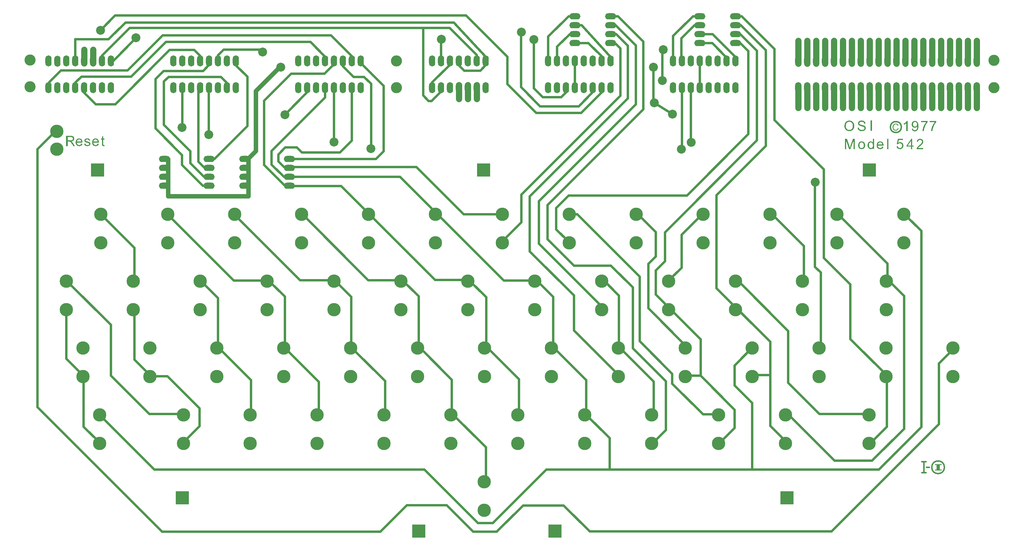
<source format=gtl>
G04*
G04 #@! TF.GenerationSoftware,Altium Limited,Altium Designer,18.1.9 (240)*
G04*
G04 Layer_Physical_Order=1*
G04 Layer_Color=255*
%FSLAX25Y25*%
%MOIN*%
G70*
G01*
G75*
%ADD19C,0.01500*%
%ADD20C,0.02500*%
%ADD21C,0.07000*%
%ADD22C,0.05000*%
%ADD23C,0.01000*%
%ADD24C,0.15000*%
%ADD25O,0.07000X0.12500*%
%ADD26C,0.10000*%
%ADD27R,0.15000X0.15000*%
%ADD28O,0.12500X0.07000*%
%ADD29C,0.12500*%
%ADD30C,0.05000*%
G36*
X1081500Y497500D02*
D01*
D02*
G37*
G36*
X143866Y510463D02*
X145273D01*
Y509364D01*
X143866D01*
Y504474D01*
Y504466D01*
Y504449D01*
Y504416D01*
Y504374D01*
Y504274D01*
X143874Y504149D01*
X143882Y504024D01*
X143891Y503891D01*
X143907Y503783D01*
X143924Y503741D01*
X143932Y503699D01*
Y503691D01*
X143949Y503674D01*
X143966Y503641D01*
X143991Y503599D01*
X144066Y503508D01*
X144116Y503466D01*
X144174Y503424D01*
X144182D01*
X144207Y503408D01*
X144240Y503391D01*
X144299Y503374D01*
X144366Y503358D01*
X144449Y503341D01*
X144549Y503333D01*
X144657Y503325D01*
X144749D01*
X144824Y503333D01*
X144907D01*
X145015Y503349D01*
X145140Y503358D01*
X145273Y503374D01*
X145482Y502125D01*
X145473D01*
X145457Y502117D01*
X145423D01*
X145382Y502108D01*
X145332Y502100D01*
X145265Y502083D01*
X145124Y502067D01*
X144957Y502042D01*
X144774Y502017D01*
X144590Y502008D01*
X144407Y502000D01*
X144282D01*
X144216Y502008D01*
X144141Y502017D01*
X143974Y502033D01*
X143782Y502058D01*
X143582Y502100D01*
X143391Y502158D01*
X143216Y502242D01*
X143208D01*
X143199Y502250D01*
X143149Y502283D01*
X143074Y502342D01*
X142983Y502408D01*
X142883Y502500D01*
X142783Y502608D01*
X142691Y502733D01*
X142616Y502875D01*
Y502883D01*
X142608Y502891D01*
X142599Y502916D01*
X142591Y502958D01*
X142575Y503008D01*
X142566Y503066D01*
X142550Y503141D01*
X142533Y503233D01*
X142516Y503341D01*
X142500Y503458D01*
X142491Y503599D01*
X142475Y503749D01*
X142466Y503924D01*
X142458Y504108D01*
X142450Y504324D01*
Y504549D01*
Y509364D01*
X141400D01*
Y510463D01*
X142450D01*
Y512529D01*
X143866Y513379D01*
Y510463D01*
D02*
G37*
G36*
X126057Y510713D02*
X126157Y510705D01*
X126274Y510697D01*
X126398Y510688D01*
X126523Y510672D01*
X126665Y510655D01*
X126956Y510605D01*
X127256Y510530D01*
X127540Y510438D01*
X127548D01*
X127573Y510422D01*
X127615Y510413D01*
X127665Y510388D01*
X127723Y510355D01*
X127790Y510322D01*
X127956Y510238D01*
X128131Y510130D01*
X128314Y509997D01*
X128481Y509847D01*
X128564Y509764D01*
X128631Y509672D01*
X128639Y509664D01*
X128647Y509647D01*
X128664Y509622D01*
X128689Y509580D01*
X128723Y509539D01*
X128756Y509480D01*
X128789Y509405D01*
X128831Y509330D01*
X128873Y509239D01*
X128914Y509147D01*
X128956Y509039D01*
X128989Y508922D01*
X129031Y508797D01*
X129072Y508672D01*
X129131Y508381D01*
X127748Y508189D01*
Y508197D01*
X127740Y508214D01*
Y508248D01*
X127723Y508297D01*
X127715Y508348D01*
X127690Y508414D01*
X127640Y508556D01*
X127565Y508714D01*
X127473Y508881D01*
X127348Y509047D01*
X127273Y509122D01*
X127190Y509189D01*
X127181Y509197D01*
X127173Y509205D01*
X127140Y509222D01*
X127106Y509247D01*
X127057Y509272D01*
X127006Y509305D01*
X126940Y509339D01*
X126865Y509372D01*
X126773Y509405D01*
X126682Y509439D01*
X126573Y509472D01*
X126465Y509497D01*
X126340Y509522D01*
X126207Y509539D01*
X126065Y509555D01*
X125824D01*
X125757Y509547D01*
X125674D01*
X125582Y509539D01*
X125482Y509530D01*
X125374Y509514D01*
X125141Y509480D01*
X124907Y509422D01*
X124799Y509380D01*
X124699Y509339D01*
X124599Y509289D01*
X124516Y509230D01*
X124507D01*
X124499Y509214D01*
X124449Y509172D01*
X124383Y509105D01*
X124308Y509014D01*
X124233Y508906D01*
X124166Y508781D01*
X124116Y508639D01*
X124108Y508556D01*
X124099Y508481D01*
Y508472D01*
Y508431D01*
X124108Y508381D01*
X124124Y508314D01*
X124141Y508239D01*
X124166Y508156D01*
X124208Y508064D01*
X124266Y507981D01*
X124274Y507973D01*
X124299Y507948D01*
X124341Y507906D01*
X124399Y507848D01*
X124474Y507789D01*
X124574Y507731D01*
X124682Y507664D01*
X124816Y507606D01*
X124824D01*
X124841Y507598D01*
X124866Y507589D01*
X124899Y507581D01*
X124941Y507564D01*
X124991Y507556D01*
X125049Y507531D01*
X125124Y507514D01*
X125216Y507489D01*
X125315Y507456D01*
X125432Y507423D01*
X125565Y507389D01*
X125715Y507348D01*
X125890Y507298D01*
X126074Y507248D01*
X126082D01*
X126090Y507240D01*
X126140Y507231D01*
X126215Y507206D01*
X126315Y507181D01*
X126440Y507148D01*
X126582Y507106D01*
X126740Y507065D01*
X126898Y507015D01*
X127248Y506915D01*
X127598Y506798D01*
X127756Y506748D01*
X127915Y506690D01*
X128048Y506640D01*
X128173Y506590D01*
X128181D01*
X128198Y506581D01*
X128231Y506565D01*
X128273Y506540D01*
X128323Y506515D01*
X128381Y506482D01*
X128514Y506398D01*
X128664Y506290D01*
X128814Y506165D01*
X128964Y506015D01*
X129106Y505840D01*
Y505832D01*
X129122Y505815D01*
X129139Y505790D01*
X129156Y505757D01*
X129189Y505707D01*
X129214Y505649D01*
X129247Y505582D01*
X129281Y505507D01*
X129306Y505424D01*
X129339Y505332D01*
X129397Y505132D01*
X129431Y504899D01*
X129447Y504641D01*
Y504632D01*
Y504607D01*
Y504574D01*
X129439Y504524D01*
Y504457D01*
X129422Y504382D01*
X129414Y504299D01*
X129397Y504207D01*
X129347Y504007D01*
X129272Y503783D01*
X129222Y503666D01*
X129172Y503541D01*
X129106Y503424D01*
X129031Y503308D01*
X129022Y503300D01*
X129014Y503283D01*
X128989Y503250D01*
X128956Y503208D01*
X128914Y503150D01*
X128856Y503091D01*
X128797Y503025D01*
X128723Y502950D01*
X128647Y502875D01*
X128556Y502800D01*
X128456Y502716D01*
X128348Y502633D01*
X128231Y502558D01*
X128106Y502483D01*
X127973Y502408D01*
X127831Y502342D01*
X127823D01*
X127798Y502325D01*
X127756Y502308D01*
X127698Y502292D01*
X127623Y502267D01*
X127531Y502233D01*
X127431Y502200D01*
X127323Y502175D01*
X127198Y502142D01*
X127065Y502108D01*
X126915Y502083D01*
X126765Y502050D01*
X126432Y502017D01*
X126074Y502000D01*
X125999D01*
X125915Y502008D01*
X125807D01*
X125665Y502025D01*
X125515Y502033D01*
X125340Y502058D01*
X125149Y502083D01*
X124949Y502117D01*
X124749Y502167D01*
X124541Y502217D01*
X124333Y502283D01*
X124133Y502358D01*
X123933Y502450D01*
X123749Y502558D01*
X123583Y502675D01*
X123575Y502683D01*
X123550Y502708D01*
X123500Y502750D01*
X123450Y502800D01*
X123383Y502875D01*
X123300Y502958D01*
X123216Y503058D01*
X123133Y503183D01*
X123041Y503316D01*
X122942Y503458D01*
X122858Y503624D01*
X122767Y503808D01*
X122683Y503999D01*
X122617Y504216D01*
X122550Y504441D01*
X122500Y504682D01*
X123899Y504899D01*
Y504890D01*
X123908Y504866D01*
X123916Y504815D01*
X123924Y504757D01*
X123941Y504691D01*
X123966Y504607D01*
X123991Y504516D01*
X124024Y504424D01*
X124108Y504216D01*
X124224Y503999D01*
X124291Y503891D01*
X124366Y503791D01*
X124458Y503699D01*
X124549Y503608D01*
X124557Y503599D01*
X124574Y503591D01*
X124608Y503566D01*
X124649Y503541D01*
X124707Y503508D01*
X124774Y503466D01*
X124849Y503424D01*
X124941Y503391D01*
X125041Y503349D01*
X125157Y503308D01*
X125282Y503266D01*
X125416Y503233D01*
X125565Y503208D01*
X125724Y503183D01*
X125890Y503174D01*
X126065Y503166D01*
X126157D01*
X126224Y503174D01*
X126307D01*
X126398Y503191D01*
X126498Y503199D01*
X126615Y503216D01*
X126848Y503266D01*
X127090Y503333D01*
X127315Y503433D01*
X127423Y503491D01*
X127515Y503558D01*
X127523Y503566D01*
X127531Y503574D01*
X127556Y503599D01*
X127590Y503633D01*
X127665Y503716D01*
X127756Y503824D01*
X127840Y503958D01*
X127915Y504124D01*
X127948Y504207D01*
X127973Y504299D01*
X127981Y504391D01*
X127989Y504491D01*
Y504499D01*
Y504516D01*
Y504541D01*
X127981Y504566D01*
X127964Y504657D01*
X127939Y504766D01*
X127890Y504882D01*
X127814Y505007D01*
X127765Y505065D01*
X127706Y505132D01*
X127640Y505190D01*
X127565Y505240D01*
X127548Y505249D01*
X127531Y505257D01*
X127506Y505274D01*
X127465Y505290D01*
X127415Y505315D01*
X127348Y505340D01*
X127281Y505374D01*
X127190Y505407D01*
X127090Y505440D01*
X126965Y505482D01*
X126832Y505524D01*
X126682Y505565D01*
X126515Y505615D01*
X126323Y505665D01*
X126115Y505715D01*
X126107D01*
X126099Y505723D01*
X126049Y505732D01*
X125965Y505757D01*
X125865Y505782D01*
X125732Y505815D01*
X125590Y505857D01*
X125432Y505898D01*
X125257Y505948D01*
X124899Y506057D01*
X124541Y506173D01*
X124374Y506232D01*
X124216Y506290D01*
X124074Y506348D01*
X123949Y506398D01*
X123941D01*
X123924Y506415D01*
X123891Y506432D01*
X123849Y506448D01*
X123800Y506482D01*
X123741Y506515D01*
X123608Y506606D01*
X123466Y506715D01*
X123316Y506848D01*
X123166Y507006D01*
X123041Y507190D01*
Y507198D01*
X123025Y507215D01*
X123017Y507240D01*
X122992Y507281D01*
X122967Y507323D01*
X122942Y507381D01*
X122916Y507448D01*
X122891Y507523D01*
X122833Y507689D01*
X122783Y507881D01*
X122750Y508089D01*
X122733Y508314D01*
Y508322D01*
Y508339D01*
Y508372D01*
X122742Y508406D01*
Y508456D01*
X122750Y508514D01*
X122767Y508656D01*
X122792Y508814D01*
X122842Y508989D01*
X122900Y509164D01*
X122983Y509347D01*
Y509355D01*
X122992Y509372D01*
X123008Y509397D01*
X123033Y509430D01*
X123091Y509514D01*
X123166Y509622D01*
X123266Y509747D01*
X123391Y509880D01*
X123525Y510013D01*
X123683Y510138D01*
X123699Y510147D01*
X123741Y510180D01*
X123816Y510222D01*
X123924Y510280D01*
X124049Y510347D01*
X124199Y510413D01*
X124383Y510480D01*
X124583Y510547D01*
X124591D01*
X124608Y510555D01*
X124641Y510563D01*
X124682Y510572D01*
X124732Y510588D01*
X124799Y510605D01*
X124874Y510622D01*
X124949Y510638D01*
X125132Y510663D01*
X125340Y510697D01*
X125565Y510713D01*
X125807Y510721D01*
X125974D01*
X126057Y510713D01*
D02*
G37*
G36*
X135357D02*
X135473Y510705D01*
X135623Y510688D01*
X135782Y510663D01*
X135965Y510630D01*
X136165Y510580D01*
X136381Y510522D01*
X136598Y510447D01*
X136831Y510355D01*
X137056Y510238D01*
X137289Y510113D01*
X137506Y509955D01*
X137722Y509780D01*
X137931Y509580D01*
X137939Y509564D01*
X137981Y509530D01*
X138031Y509464D01*
X138097Y509372D01*
X138181Y509255D01*
X138272Y509114D01*
X138364Y508947D01*
X138464Y508756D01*
X138564Y508539D01*
X138664Y508297D01*
X138747Y508031D01*
X138830Y507748D01*
X138897Y507440D01*
X138955Y507106D01*
X138989Y506748D01*
X138997Y506373D01*
Y506365D01*
Y506348D01*
Y506323D01*
Y506282D01*
Y506223D01*
Y506165D01*
X138989Y506090D01*
Y505998D01*
X132758D01*
Y505982D01*
X132766Y505940D01*
Y505865D01*
X132783Y505773D01*
X132799Y505657D01*
X132816Y505524D01*
X132849Y505382D01*
X132883Y505224D01*
X132924Y505049D01*
X132983Y504882D01*
X133041Y504707D01*
X133116Y504532D01*
X133199Y504357D01*
X133299Y504191D01*
X133407Y504033D01*
X133532Y503891D01*
X133541Y503883D01*
X133566Y503858D01*
X133607Y503824D01*
X133657Y503774D01*
X133724Y503724D01*
X133807Y503666D01*
X133907Y503599D01*
X134016Y503533D01*
X134132Y503458D01*
X134265Y503399D01*
X134407Y503333D01*
X134565Y503283D01*
X134732Y503233D01*
X134907Y503199D01*
X135090Y503174D01*
X135282Y503166D01*
X135357D01*
X135415Y503174D01*
X135482Y503183D01*
X135557Y503191D01*
X135648Y503199D01*
X135740Y503216D01*
X135948Y503266D01*
X136173Y503341D01*
X136290Y503383D01*
X136398Y503441D01*
X136506Y503499D01*
X136615Y503574D01*
X136623Y503583D01*
X136639Y503591D01*
X136664Y503616D01*
X136706Y503649D01*
X136756Y503699D01*
X136806Y503749D01*
X136864Y503816D01*
X136931Y503891D01*
X136998Y503982D01*
X137073Y504074D01*
X137139Y504182D01*
X137214Y504299D01*
X137289Y504432D01*
X137356Y504574D01*
X137423Y504724D01*
X137489Y504890D01*
X138947Y504699D01*
Y504682D01*
X138930Y504641D01*
X138905Y504574D01*
X138880Y504491D01*
X138839Y504382D01*
X138789Y504257D01*
X138730Y504116D01*
X138655Y503966D01*
X138572Y503816D01*
X138480Y503649D01*
X138372Y503483D01*
X138256Y503316D01*
X138131Y503158D01*
X137989Y503000D01*
X137831Y502850D01*
X137664Y502708D01*
X137656Y502700D01*
X137622Y502675D01*
X137573Y502641D01*
X137497Y502600D01*
X137406Y502541D01*
X137289Y502483D01*
X137164Y502417D01*
X137014Y502358D01*
X136848Y502292D01*
X136673Y502225D01*
X136473Y502167D01*
X136265Y502108D01*
X136040Y502067D01*
X135798Y502033D01*
X135540Y502008D01*
X135273Y502000D01*
X135190D01*
X135149Y502008D01*
X135099D01*
X134974Y502017D01*
X134815Y502033D01*
X134640Y502058D01*
X134440Y502092D01*
X134224Y502142D01*
X133999Y502200D01*
X133757Y502275D01*
X133516Y502366D01*
X133274Y502475D01*
X133033Y502600D01*
X132799Y502750D01*
X132574Y502925D01*
X132366Y503125D01*
X132358Y503141D01*
X132325Y503174D01*
X132266Y503241D01*
X132200Y503333D01*
X132116Y503449D01*
X132033Y503591D01*
X131933Y503749D01*
X131833Y503941D01*
X131733Y504157D01*
X131641Y504391D01*
X131550Y504649D01*
X131467Y504932D01*
X131400Y505240D01*
X131350Y505565D01*
X131308Y505915D01*
X131300Y506290D01*
Y506298D01*
Y506315D01*
Y506340D01*
Y506382D01*
X131308Y506432D01*
Y506490D01*
Y506557D01*
X131317Y506640D01*
X131333Y506815D01*
X131358Y507015D01*
X131392Y507240D01*
X131433Y507489D01*
X131492Y507739D01*
X131567Y508006D01*
X131650Y508281D01*
X131758Y508556D01*
X131883Y508822D01*
X132025Y509081D01*
X132191Y509330D01*
X132383Y509555D01*
X132400Y509572D01*
X132433Y509605D01*
X132491Y509664D01*
X132583Y509739D01*
X132691Y509830D01*
X132816Y509922D01*
X132966Y510030D01*
X133141Y510138D01*
X133333Y510247D01*
X133549Y510355D01*
X133774Y510455D01*
X134024Y510538D01*
X134299Y510613D01*
X134582Y510672D01*
X134882Y510705D01*
X135198Y510721D01*
X135273D01*
X135357Y510713D01*
D02*
G37*
G36*
X116957D02*
X117073Y510705D01*
X117223Y510688D01*
X117382Y510663D01*
X117565Y510630D01*
X117765Y510580D01*
X117981Y510522D01*
X118198Y510447D01*
X118431Y510355D01*
X118656Y510238D01*
X118889Y510113D01*
X119106Y509955D01*
X119322Y509780D01*
X119531Y509580D01*
X119539Y509564D01*
X119581Y509530D01*
X119631Y509464D01*
X119697Y509372D01*
X119781Y509255D01*
X119872Y509114D01*
X119964Y508947D01*
X120064Y508756D01*
X120164Y508539D01*
X120264Y508297D01*
X120347Y508031D01*
X120430Y507748D01*
X120497Y507440D01*
X120555Y507106D01*
X120589Y506748D01*
X120597Y506373D01*
Y506365D01*
Y506348D01*
Y506323D01*
Y506282D01*
Y506223D01*
Y506165D01*
X120589Y506090D01*
Y505998D01*
X114358D01*
Y505982D01*
X114366Y505940D01*
Y505865D01*
X114383Y505773D01*
X114399Y505657D01*
X114416Y505524D01*
X114449Y505382D01*
X114483Y505224D01*
X114524Y505049D01*
X114583Y504882D01*
X114641Y504707D01*
X114716Y504532D01*
X114799Y504357D01*
X114899Y504191D01*
X115007Y504033D01*
X115132Y503891D01*
X115141Y503883D01*
X115166Y503858D01*
X115207Y503824D01*
X115257Y503774D01*
X115324Y503724D01*
X115407Y503666D01*
X115507Y503599D01*
X115616Y503533D01*
X115732Y503458D01*
X115866Y503399D01*
X116007Y503333D01*
X116165Y503283D01*
X116332Y503233D01*
X116507Y503199D01*
X116690Y503174D01*
X116882Y503166D01*
X116957D01*
X117015Y503174D01*
X117082Y503183D01*
X117157Y503191D01*
X117248Y503199D01*
X117340Y503216D01*
X117548Y503266D01*
X117773Y503341D01*
X117890Y503383D01*
X117998Y503441D01*
X118106Y503499D01*
X118214Y503574D01*
X118223Y503583D01*
X118239Y503591D01*
X118264Y503616D01*
X118306Y503649D01*
X118356Y503699D01*
X118406Y503749D01*
X118464Y503816D01*
X118531Y503891D01*
X118598Y503982D01*
X118673Y504074D01*
X118739Y504182D01*
X118814Y504299D01*
X118889Y504432D01*
X118956Y504574D01*
X119023Y504724D01*
X119089Y504890D01*
X120547Y504699D01*
Y504682D01*
X120530Y504641D01*
X120505Y504574D01*
X120480Y504491D01*
X120439Y504382D01*
X120389Y504257D01*
X120330Y504116D01*
X120255Y503966D01*
X120172Y503816D01*
X120080Y503649D01*
X119972Y503483D01*
X119855Y503316D01*
X119731Y503158D01*
X119589Y503000D01*
X119431Y502850D01*
X119264Y502708D01*
X119256Y502700D01*
X119222Y502675D01*
X119173Y502641D01*
X119097Y502600D01*
X119006Y502541D01*
X118889Y502483D01*
X118764Y502417D01*
X118614Y502358D01*
X118448Y502292D01*
X118273Y502225D01*
X118073Y502167D01*
X117865Y502108D01*
X117640Y502067D01*
X117398Y502033D01*
X117140Y502008D01*
X116873Y502000D01*
X116790D01*
X116748Y502008D01*
X116699D01*
X116574Y502017D01*
X116415Y502033D01*
X116240Y502058D01*
X116040Y502092D01*
X115824Y502142D01*
X115599Y502200D01*
X115357Y502275D01*
X115116Y502366D01*
X114874Y502475D01*
X114633Y502600D01*
X114399Y502750D01*
X114174Y502925D01*
X113966Y503125D01*
X113958Y503141D01*
X113925Y503174D01*
X113866Y503241D01*
X113800Y503333D01*
X113716Y503449D01*
X113633Y503591D01*
X113533Y503749D01*
X113433Y503941D01*
X113333Y504157D01*
X113242Y504391D01*
X113150Y504649D01*
X113067Y504932D01*
X113000Y505240D01*
X112950Y505565D01*
X112908Y505915D01*
X112900Y506290D01*
Y506298D01*
Y506315D01*
Y506340D01*
Y506382D01*
X112908Y506432D01*
Y506490D01*
Y506557D01*
X112917Y506640D01*
X112933Y506815D01*
X112958Y507015D01*
X112992Y507240D01*
X113033Y507489D01*
X113092Y507739D01*
X113167Y508006D01*
X113250Y508281D01*
X113358Y508556D01*
X113483Y508822D01*
X113625Y509081D01*
X113791Y509330D01*
X113983Y509555D01*
X114000Y509572D01*
X114033Y509605D01*
X114091Y509664D01*
X114183Y509739D01*
X114291Y509830D01*
X114416Y509922D01*
X114566Y510030D01*
X114741Y510138D01*
X114933Y510247D01*
X115149Y510355D01*
X115374Y510455D01*
X115624Y510538D01*
X115899Y510613D01*
X116182Y510672D01*
X116482Y510705D01*
X116798Y510721D01*
X116873D01*
X116957Y510713D01*
D02*
G37*
G36*
X107456Y513520D02*
X107589D01*
X107739Y513512D01*
X107898Y513504D01*
X108081Y513487D01*
X108264Y513470D01*
X108456Y513454D01*
X108847Y513395D01*
X109031Y513362D01*
X109214Y513320D01*
X109389Y513271D01*
X109547Y513212D01*
X109555D01*
X109580Y513196D01*
X109622Y513179D01*
X109680Y513154D01*
X109747Y513121D01*
X109822Y513071D01*
X109914Y513021D01*
X110005Y512962D01*
X110105Y512887D01*
X110213Y512812D01*
X110322Y512721D01*
X110430Y512621D01*
X110530Y512504D01*
X110638Y512388D01*
X110738Y512254D01*
X110830Y512113D01*
X110838Y512104D01*
X110855Y512079D01*
X110872Y512038D01*
X110905Y511979D01*
X110938Y511904D01*
X110980Y511813D01*
X111030Y511713D01*
X111071Y511604D01*
X111113Y511480D01*
X111163Y511346D01*
X111205Y511205D01*
X111238Y511055D01*
X111271Y510896D01*
X111296Y510730D01*
X111305Y510555D01*
X111313Y510380D01*
Y510363D01*
Y510330D01*
X111305Y510263D01*
Y510172D01*
X111288Y510072D01*
X111271Y509947D01*
X111246Y509813D01*
X111213Y509664D01*
X111171Y509505D01*
X111121Y509339D01*
X111055Y509164D01*
X110980Y508989D01*
X110888Y508814D01*
X110780Y508647D01*
X110655Y508472D01*
X110513Y508314D01*
X110505Y508306D01*
X110480Y508281D01*
X110430Y508239D01*
X110363Y508181D01*
X110280Y508114D01*
X110172Y508039D01*
X110055Y507956D01*
X109914Y507864D01*
X109747Y507773D01*
X109572Y507681D01*
X109364Y507598D01*
X109147Y507506D01*
X108906Y507431D01*
X108647Y507356D01*
X108364Y507298D01*
X108064Y507248D01*
X108073D01*
X108089Y507231D01*
X108123Y507223D01*
X108164Y507198D01*
X108214Y507173D01*
X108273Y507140D01*
X108406Y507065D01*
X108556Y506981D01*
X108706Y506881D01*
X108847Y506781D01*
X108981Y506673D01*
X108989Y506665D01*
X109014Y506648D01*
X109047Y506606D01*
X109097Y506565D01*
X109155Y506498D01*
X109222Y506432D01*
X109305Y506348D01*
X109389Y506248D01*
X109480Y506140D01*
X109580Y506023D01*
X109689Y505898D01*
X109797Y505765D01*
X109905Y505615D01*
X110022Y505465D01*
X110247Y505132D01*
X112238Y502000D01*
X110330D01*
X108806Y504399D01*
X108797Y504407D01*
X108772Y504441D01*
X108739Y504499D01*
X108697Y504566D01*
X108639Y504657D01*
X108572Y504757D01*
X108497Y504866D01*
X108423Y504982D01*
X108247Y505240D01*
X108064Y505507D01*
X107881Y505757D01*
X107789Y505873D01*
X107706Y505982D01*
X107698Y505990D01*
X107689Y506007D01*
X107664Y506032D01*
X107631Y506073D01*
X107548Y506173D01*
X107448Y506290D01*
X107323Y506415D01*
X107198Y506548D01*
X107065Y506665D01*
X106931Y506756D01*
X106915Y506765D01*
X106873Y506790D01*
X106806Y506831D01*
X106715Y506873D01*
X106615Y506923D01*
X106498Y506981D01*
X106373Y507023D01*
X106240Y507065D01*
X106232D01*
X106190Y507073D01*
X106123Y507081D01*
X106040Y507098D01*
X105923Y507106D01*
X105773Y507115D01*
X105599Y507123D01*
X103624D01*
Y502000D01*
X102100D01*
Y513529D01*
X107356D01*
X107456Y513520D01*
D02*
G37*
G36*
X1059473Y510212D02*
X1059590Y510204D01*
X1059732Y510195D01*
X1059890Y510170D01*
X1060073Y510145D01*
X1060265Y510104D01*
X1060473Y510054D01*
X1060681Y509996D01*
X1060906Y509921D01*
X1061123Y509829D01*
X1061339Y509721D01*
X1061547Y509604D01*
X1061747Y509462D01*
X1061939Y509296D01*
X1061947Y509287D01*
X1061981Y509254D01*
X1062031Y509204D01*
X1062089Y509129D01*
X1062164Y509046D01*
X1062247Y508938D01*
X1062339Y508813D01*
X1062430Y508671D01*
X1062514Y508513D01*
X1062605Y508338D01*
X1062689Y508146D01*
X1062764Y507946D01*
X1062822Y507730D01*
X1062872Y507505D01*
X1062905Y507263D01*
X1062914Y507013D01*
Y507005D01*
Y506980D01*
Y506947D01*
Y506897D01*
X1062905Y506830D01*
X1062897Y506763D01*
X1062889Y506680D01*
X1062880Y506589D01*
X1062847Y506380D01*
X1062797Y506147D01*
X1062722Y505905D01*
X1062630Y505655D01*
Y505647D01*
X1062614Y505622D01*
X1062597Y505589D01*
X1062572Y505539D01*
X1062547Y505481D01*
X1062506Y505406D01*
X1062464Y505322D01*
X1062405Y505231D01*
X1062347Y505131D01*
X1062280Y505022D01*
X1062114Y504781D01*
X1062022Y504656D01*
X1061922Y504523D01*
X1061806Y504389D01*
X1061689Y504248D01*
X1061681Y504239D01*
X1061656Y504214D01*
X1061623Y504173D01*
X1061564Y504114D01*
X1061489Y504039D01*
X1061398Y503948D01*
X1061298Y503840D01*
X1061173Y503715D01*
X1061031Y503581D01*
X1060864Y503431D01*
X1060690Y503265D01*
X1060490Y503082D01*
X1060273Y502890D01*
X1060040Y502682D01*
X1059781Y502457D01*
X1059507Y502224D01*
X1059490Y502215D01*
X1059448Y502174D01*
X1059390Y502124D01*
X1059307Y502049D01*
X1059198Y501965D01*
X1059090Y501865D01*
X1058965Y501757D01*
X1058832Y501641D01*
X1058549Y501399D01*
X1058415Y501274D01*
X1058282Y501157D01*
X1058157Y501041D01*
X1058049Y500941D01*
X1057949Y500849D01*
X1057874Y500766D01*
X1057857Y500749D01*
X1057816Y500699D01*
X1057749Y500624D01*
X1057666Y500533D01*
X1057574Y500416D01*
X1057474Y500291D01*
X1057374Y500149D01*
X1057283Y500008D01*
X1062930D01*
Y498650D01*
X1055317D01*
Y498658D01*
Y498675D01*
Y498700D01*
Y498733D01*
Y498783D01*
X1055325Y498833D01*
X1055333Y498967D01*
X1055350Y499108D01*
X1055375Y499275D01*
X1055417Y499450D01*
X1055475Y499625D01*
Y499633D01*
X1055492Y499658D01*
X1055508Y499700D01*
X1055533Y499758D01*
X1055558Y499833D01*
X1055600Y499916D01*
X1055650Y500008D01*
X1055700Y500108D01*
X1055758Y500224D01*
X1055833Y500341D01*
X1055991Y500599D01*
X1056183Y500874D01*
X1056408Y501157D01*
X1056416Y501166D01*
X1056441Y501191D01*
X1056474Y501232D01*
X1056524Y501291D01*
X1056591Y501366D01*
X1056674Y501449D01*
X1056766Y501549D01*
X1056883Y501657D01*
X1057008Y501782D01*
X1057141Y501915D01*
X1057291Y502057D01*
X1057458Y502215D01*
X1057641Y502374D01*
X1057832Y502540D01*
X1058041Y502715D01*
X1058257Y502898D01*
X1058265Y502907D01*
X1058282Y502915D01*
X1058307Y502940D01*
X1058340Y502965D01*
X1058382Y503007D01*
X1058432Y503048D01*
X1058557Y503157D01*
X1058715Y503281D01*
X1058882Y503440D01*
X1059074Y503606D01*
X1059273Y503790D01*
X1059490Y503981D01*
X1059698Y504181D01*
X1059915Y504381D01*
X1060115Y504589D01*
X1060315Y504789D01*
X1060490Y504981D01*
X1060656Y505172D01*
X1060789Y505347D01*
X1060798Y505356D01*
X1060814Y505389D01*
X1060848Y505439D01*
X1060898Y505497D01*
X1060948Y505581D01*
X1060998Y505672D01*
X1061064Y505781D01*
X1061123Y505897D01*
X1061181Y506022D01*
X1061248Y506155D01*
X1061356Y506447D01*
X1061398Y506597D01*
X1061431Y506747D01*
X1061448Y506897D01*
X1061456Y507047D01*
Y507055D01*
Y507088D01*
Y507130D01*
X1061448Y507188D01*
X1061439Y507263D01*
X1061423Y507346D01*
X1061406Y507438D01*
X1061381Y507538D01*
X1061348Y507646D01*
X1061306Y507763D01*
X1061256Y507880D01*
X1061198Y507996D01*
X1061131Y508121D01*
X1061048Y508238D01*
X1060956Y508354D01*
X1060848Y508463D01*
X1060839Y508471D01*
X1060823Y508488D01*
X1060789Y508513D01*
X1060740Y508554D01*
X1060681Y508596D01*
X1060606Y508646D01*
X1060523Y508704D01*
X1060431Y508754D01*
X1060323Y508813D01*
X1060206Y508863D01*
X1060073Y508913D01*
X1059940Y508954D01*
X1059790Y508996D01*
X1059632Y509021D01*
X1059465Y509037D01*
X1059290Y509046D01*
X1059190D01*
X1059124Y509037D01*
X1059032Y509029D01*
X1058932Y509013D01*
X1058824Y508996D01*
X1058699Y508971D01*
X1058574Y508938D01*
X1058440Y508896D01*
X1058307Y508846D01*
X1058165Y508788D01*
X1058032Y508713D01*
X1057899Y508629D01*
X1057766Y508538D01*
X1057649Y508429D01*
X1057641Y508421D01*
X1057624Y508404D01*
X1057591Y508363D01*
X1057557Y508321D01*
X1057508Y508254D01*
X1057458Y508180D01*
X1057399Y508088D01*
X1057349Y507988D01*
X1057291Y507880D01*
X1057233Y507746D01*
X1057183Y507613D01*
X1057133Y507463D01*
X1057099Y507297D01*
X1057066Y507122D01*
X1057049Y506938D01*
X1057041Y506738D01*
X1055583Y506888D01*
Y506897D01*
Y506905D01*
X1055591Y506930D01*
Y506963D01*
X1055600Y507047D01*
X1055625Y507155D01*
X1055650Y507288D01*
X1055683Y507446D01*
X1055725Y507621D01*
X1055775Y507805D01*
X1055842Y508005D01*
X1055916Y508205D01*
X1056008Y508413D01*
X1056116Y508621D01*
X1056233Y508821D01*
X1056375Y509013D01*
X1056524Y509196D01*
X1056699Y509362D01*
X1056708Y509371D01*
X1056741Y509396D01*
X1056799Y509446D01*
X1056874Y509496D01*
X1056974Y509562D01*
X1057091Y509637D01*
X1057233Y509712D01*
X1057391Y509796D01*
X1057574Y509870D01*
X1057766Y509945D01*
X1057982Y510020D01*
X1058216Y510087D01*
X1058465Y510145D01*
X1058732Y510187D01*
X1059015Y510212D01*
X1059315Y510220D01*
X1059390D01*
X1059473Y510212D01*
D02*
G37*
G36*
X1050614Y502707D02*
X1052172D01*
Y501407D01*
X1050614D01*
Y498650D01*
X1049198D01*
Y501407D01*
X1044200D01*
Y502707D01*
X1049456Y510179D01*
X1050614D01*
Y502707D01*
D02*
G37*
G36*
X1040106Y508871D02*
X1035491D01*
X1034874Y505764D01*
X1034883Y505772D01*
X1034924Y505797D01*
X1034974Y505830D01*
X1035058Y505880D01*
X1035149Y505930D01*
X1035257Y505997D01*
X1035391Y506055D01*
X1035532Y506130D01*
X1035691Y506197D01*
X1035857Y506264D01*
X1036040Y506322D01*
X1036224Y506372D01*
X1036424Y506422D01*
X1036624Y506455D01*
X1036840Y506480D01*
X1037048Y506489D01*
X1037115D01*
X1037198Y506480D01*
X1037298Y506472D01*
X1037432Y506455D01*
X1037582Y506430D01*
X1037756Y506397D01*
X1037940Y506355D01*
X1038131Y506305D01*
X1038340Y506230D01*
X1038548Y506147D01*
X1038764Y506047D01*
X1038981Y505922D01*
X1039198Y505789D01*
X1039406Y505622D01*
X1039606Y505439D01*
X1039614Y505431D01*
X1039647Y505389D01*
X1039706Y505331D01*
X1039772Y505247D01*
X1039847Y505147D01*
X1039939Y505022D01*
X1040030Y504873D01*
X1040131Y504706D01*
X1040222Y504523D01*
X1040314Y504323D01*
X1040405Y504098D01*
X1040489Y503865D01*
X1040547Y503606D01*
X1040605Y503332D01*
X1040639Y503048D01*
X1040647Y502748D01*
Y502740D01*
Y502732D01*
Y502707D01*
Y502682D01*
X1040639Y502598D01*
X1040630Y502490D01*
X1040622Y502349D01*
X1040597Y502190D01*
X1040572Y502015D01*
X1040530Y501824D01*
X1040480Y501615D01*
X1040422Y501399D01*
X1040347Y501174D01*
X1040264Y500949D01*
X1040156Y500716D01*
X1040030Y500491D01*
X1039889Y500266D01*
X1039731Y500049D01*
X1039714Y500033D01*
X1039681Y499991D01*
X1039614Y499925D01*
X1039531Y499833D01*
X1039414Y499725D01*
X1039281Y499608D01*
X1039123Y499483D01*
X1038939Y499350D01*
X1038731Y499216D01*
X1038506Y499091D01*
X1038256Y498975D01*
X1037981Y498867D01*
X1037690Y498783D01*
X1037382Y498708D01*
X1037048Y498667D01*
X1036699Y498650D01*
X1036632D01*
X1036549Y498658D01*
X1036440Y498667D01*
X1036307Y498675D01*
X1036149Y498700D01*
X1035974Y498725D01*
X1035791Y498758D01*
X1035591Y498808D01*
X1035382Y498867D01*
X1035166Y498933D01*
X1034949Y499017D01*
X1034741Y499117D01*
X1034524Y499233D01*
X1034324Y499375D01*
X1034133Y499525D01*
X1034125Y499533D01*
X1034091Y499566D01*
X1034041Y499616D01*
X1033975Y499683D01*
X1033900Y499775D01*
X1033808Y499883D01*
X1033716Y500008D01*
X1033616Y500149D01*
X1033517Y500308D01*
X1033425Y500483D01*
X1033325Y500674D01*
X1033233Y500882D01*
X1033158Y501107D01*
X1033092Y501349D01*
X1033033Y501599D01*
X1033000Y501865D01*
X1034483Y501990D01*
Y501982D01*
X1034491Y501940D01*
X1034499Y501890D01*
X1034516Y501815D01*
X1034541Y501724D01*
X1034566Y501615D01*
X1034599Y501499D01*
X1034641Y501374D01*
X1034741Y501116D01*
X1034799Y500974D01*
X1034866Y500841D01*
X1034949Y500707D01*
X1035032Y500583D01*
X1035133Y500466D01*
X1035241Y500358D01*
X1035249Y500349D01*
X1035266Y500333D01*
X1035299Y500308D01*
X1035349Y500274D01*
X1035407Y500233D01*
X1035482Y500183D01*
X1035557Y500141D01*
X1035649Y500091D01*
X1035749Y500033D01*
X1035865Y499991D01*
X1035982Y499941D01*
X1036115Y499899D01*
X1036249Y499866D01*
X1036390Y499841D01*
X1036540Y499824D01*
X1036699Y499816D01*
X1036749D01*
X1036798Y499824D01*
X1036874D01*
X1036957Y499841D01*
X1037065Y499858D01*
X1037182Y499883D01*
X1037307Y499916D01*
X1037440Y499950D01*
X1037582Y500000D01*
X1037723Y500066D01*
X1037873Y500141D01*
X1038015Y500224D01*
X1038165Y500333D01*
X1038306Y500449D01*
X1038439Y500583D01*
X1038448Y500591D01*
X1038473Y500616D01*
X1038506Y500666D01*
X1038548Y500724D01*
X1038606Y500799D01*
X1038664Y500891D01*
X1038731Y500999D01*
X1038798Y501124D01*
X1038856Y501266D01*
X1038923Y501416D01*
X1038981Y501582D01*
X1039039Y501765D01*
X1039081Y501965D01*
X1039114Y502174D01*
X1039139Y502390D01*
X1039147Y502623D01*
Y502640D01*
Y502673D01*
X1039139Y502740D01*
Y502823D01*
X1039131Y502923D01*
X1039114Y503048D01*
X1039089Y503173D01*
X1039064Y503323D01*
X1039023Y503473D01*
X1038981Y503623D01*
X1038923Y503781D01*
X1038856Y503948D01*
X1038781Y504106D01*
X1038689Y504256D01*
X1038581Y504406D01*
X1038465Y504539D01*
X1038456Y504548D01*
X1038431Y504573D01*
X1038398Y504606D01*
X1038340Y504648D01*
X1038273Y504706D01*
X1038190Y504764D01*
X1038098Y504822D01*
X1037990Y504889D01*
X1037865Y504956D01*
X1037731Y505014D01*
X1037590Y505081D01*
X1037432Y505131D01*
X1037257Y505172D01*
X1037073Y505206D01*
X1036882Y505231D01*
X1036682Y505239D01*
X1036615D01*
X1036565Y505231D01*
X1036507D01*
X1036432Y505222D01*
X1036357Y505214D01*
X1036265Y505197D01*
X1036074Y505164D01*
X1035865Y505106D01*
X1035649Y505031D01*
X1035441Y504922D01*
X1035432D01*
X1035416Y504906D01*
X1035391Y504889D01*
X1035349Y504864D01*
X1035249Y504798D01*
X1035124Y504706D01*
X1034991Y504589D01*
X1034849Y504456D01*
X1034708Y504298D01*
X1034583Y504123D01*
X1033250Y504298D01*
X1034366Y510220D01*
X1040106D01*
Y508871D01*
D02*
G37*
G36*
X1023916Y498650D02*
X1022500D01*
Y510179D01*
X1023916D01*
Y498650D01*
D02*
G37*
G36*
X1014707Y507363D02*
X1014823Y507355D01*
X1014973Y507338D01*
X1015131Y507313D01*
X1015315Y507280D01*
X1015515Y507230D01*
X1015731Y507172D01*
X1015948Y507097D01*
X1016181Y507005D01*
X1016406Y506888D01*
X1016639Y506763D01*
X1016856Y506605D01*
X1017072Y506430D01*
X1017281Y506230D01*
X1017289Y506214D01*
X1017331Y506180D01*
X1017381Y506114D01*
X1017447Y506022D01*
X1017531Y505905D01*
X1017622Y505764D01*
X1017714Y505597D01*
X1017814Y505406D01*
X1017914Y505189D01*
X1018014Y504948D01*
X1018097Y504681D01*
X1018180Y504398D01*
X1018247Y504089D01*
X1018305Y503756D01*
X1018339Y503398D01*
X1018347Y503023D01*
Y503015D01*
Y502998D01*
Y502973D01*
Y502932D01*
Y502873D01*
Y502815D01*
X1018339Y502740D01*
Y502648D01*
X1012108D01*
Y502632D01*
X1012116Y502590D01*
Y502515D01*
X1012133Y502423D01*
X1012149Y502307D01*
X1012166Y502174D01*
X1012199Y502032D01*
X1012233Y501874D01*
X1012274Y501699D01*
X1012333Y501532D01*
X1012391Y501357D01*
X1012466Y501182D01*
X1012549Y501007D01*
X1012649Y500841D01*
X1012757Y500682D01*
X1012882Y500541D01*
X1012891Y500533D01*
X1012916Y500508D01*
X1012957Y500474D01*
X1013007Y500424D01*
X1013074Y500374D01*
X1013157Y500316D01*
X1013257Y500249D01*
X1013366Y500183D01*
X1013482Y500108D01*
X1013616Y500049D01*
X1013757Y499983D01*
X1013915Y499933D01*
X1014082Y499883D01*
X1014257Y499850D01*
X1014440Y499824D01*
X1014632Y499816D01*
X1014707D01*
X1014765Y499824D01*
X1014832Y499833D01*
X1014907Y499841D01*
X1014998Y499850D01*
X1015090Y499866D01*
X1015298Y499916D01*
X1015523Y499991D01*
X1015640Y500033D01*
X1015748Y500091D01*
X1015856Y500149D01*
X1015965Y500224D01*
X1015973Y500233D01*
X1015989Y500241D01*
X1016014Y500266D01*
X1016056Y500299D01*
X1016106Y500349D01*
X1016156Y500399D01*
X1016214Y500466D01*
X1016281Y500541D01*
X1016348Y500632D01*
X1016423Y500724D01*
X1016489Y500833D01*
X1016564Y500949D01*
X1016639Y501082D01*
X1016706Y501224D01*
X1016773Y501374D01*
X1016839Y501541D01*
X1018297Y501349D01*
Y501332D01*
X1018280Y501291D01*
X1018255Y501224D01*
X1018230Y501141D01*
X1018189Y501032D01*
X1018139Y500907D01*
X1018080Y500766D01*
X1018005Y500616D01*
X1017922Y500466D01*
X1017830Y500299D01*
X1017722Y500133D01*
X1017606Y499966D01*
X1017481Y499808D01*
X1017339Y499650D01*
X1017181Y499500D01*
X1017014Y499358D01*
X1017006Y499350D01*
X1016973Y499325D01*
X1016922Y499291D01*
X1016848Y499250D01*
X1016756Y499191D01*
X1016639Y499133D01*
X1016514Y499066D01*
X1016364Y499008D01*
X1016198Y498942D01*
X1016023Y498875D01*
X1015823Y498817D01*
X1015615Y498758D01*
X1015390Y498717D01*
X1015148Y498683D01*
X1014890Y498658D01*
X1014623Y498650D01*
X1014540D01*
X1014499Y498658D01*
X1014449D01*
X1014324Y498667D01*
X1014165Y498683D01*
X1013990Y498708D01*
X1013790Y498742D01*
X1013574Y498792D01*
X1013349Y498850D01*
X1013107Y498925D01*
X1012866Y499017D01*
X1012624Y499125D01*
X1012383Y499250D01*
X1012149Y499400D01*
X1011924Y499575D01*
X1011716Y499775D01*
X1011708Y499791D01*
X1011675Y499824D01*
X1011616Y499891D01*
X1011550Y499983D01*
X1011466Y500099D01*
X1011383Y500241D01*
X1011283Y500399D01*
X1011183Y500591D01*
X1011083Y500808D01*
X1010991Y501041D01*
X1010900Y501299D01*
X1010817Y501582D01*
X1010750Y501890D01*
X1010700Y502215D01*
X1010658Y502565D01*
X1010650Y502940D01*
Y502948D01*
Y502965D01*
Y502990D01*
Y503032D01*
X1010658Y503082D01*
Y503140D01*
Y503206D01*
X1010667Y503290D01*
X1010683Y503465D01*
X1010708Y503665D01*
X1010742Y503890D01*
X1010783Y504140D01*
X1010842Y504389D01*
X1010917Y504656D01*
X1011000Y504931D01*
X1011108Y505206D01*
X1011233Y505472D01*
X1011375Y505730D01*
X1011541Y505980D01*
X1011733Y506205D01*
X1011750Y506222D01*
X1011783Y506255D01*
X1011841Y506314D01*
X1011933Y506389D01*
X1012041Y506480D01*
X1012166Y506572D01*
X1012316Y506680D01*
X1012491Y506788D01*
X1012683Y506897D01*
X1012899Y507005D01*
X1013124Y507105D01*
X1013374Y507188D01*
X1013649Y507263D01*
X1013932Y507322D01*
X1014232Y507355D01*
X1014548Y507372D01*
X1014623D01*
X1014707Y507363D01*
D02*
G37*
G36*
X1007739Y498833D02*
X1006423D01*
Y499891D01*
X1006414Y499874D01*
X1006389Y499841D01*
X1006339Y499775D01*
X1006273Y499700D01*
X1006189Y499600D01*
X1006089Y499500D01*
X1005964Y499383D01*
X1005831Y499275D01*
X1005673Y499158D01*
X1005498Y499042D01*
X1005306Y498942D01*
X1005098Y498842D01*
X1004873Y498767D01*
X1004623Y498700D01*
X1004365Y498667D01*
X1004082Y498650D01*
X1003982D01*
X1003915Y498658D01*
X1003824Y498667D01*
X1003724Y498683D01*
X1003607Y498700D01*
X1003482Y498717D01*
X1003341Y498750D01*
X1003199Y498783D01*
X1003049Y498825D01*
X1002891Y498883D01*
X1002732Y498942D01*
X1002566Y499017D01*
X1002408Y499100D01*
X1002249Y499200D01*
X1002241Y499208D01*
X1002216Y499225D01*
X1002166Y499258D01*
X1002116Y499300D01*
X1002041Y499358D01*
X1001958Y499425D01*
X1001875Y499508D01*
X1001775Y499600D01*
X1001674Y499700D01*
X1001566Y499816D01*
X1001458Y499941D01*
X1001350Y500083D01*
X1001250Y500224D01*
X1001141Y500383D01*
X1001050Y500558D01*
X1000958Y500733D01*
X1000950Y500741D01*
X1000941Y500774D01*
X1000916Y500833D01*
X1000883Y500907D01*
X1000850Y500999D01*
X1000817Y501107D01*
X1000775Y501241D01*
X1000733Y501382D01*
X1000683Y501541D01*
X1000642Y501715D01*
X1000608Y501907D01*
X1000575Y502107D01*
X1000542Y502315D01*
X1000517Y502532D01*
X1000508Y502765D01*
X1000500Y502998D01*
Y503015D01*
Y503057D01*
Y503123D01*
X1000508Y503206D01*
X1000517Y503323D01*
X1000525Y503448D01*
X1000533Y503590D01*
X1000550Y503748D01*
X1000575Y503923D01*
X1000600Y504098D01*
X1000675Y504481D01*
X1000717Y504681D01*
X1000775Y504873D01*
X1000833Y505072D01*
X1000908Y505264D01*
X1000916Y505272D01*
X1000925Y505306D01*
X1000950Y505364D01*
X1000983Y505431D01*
X1001033Y505514D01*
X1001083Y505614D01*
X1001150Y505722D01*
X1001225Y505839D01*
X1001300Y505964D01*
X1001400Y506089D01*
X1001500Y506222D01*
X1001608Y506347D01*
X1001733Y506480D01*
X1001866Y506597D01*
X1002008Y506713D01*
X1002158Y506822D01*
X1002166Y506830D01*
X1002199Y506847D01*
X1002241Y506872D01*
X1002308Y506905D01*
X1002383Y506947D01*
X1002474Y506997D01*
X1002582Y507047D01*
X1002699Y507097D01*
X1002832Y507147D01*
X1002974Y507197D01*
X1003132Y507247D01*
X1003291Y507288D01*
X1003465Y507322D01*
X1003640Y507346D01*
X1003824Y507363D01*
X1004015Y507372D01*
X1004090D01*
X1004140Y507363D01*
X1004207D01*
X1004290Y507355D01*
X1004373Y507346D01*
X1004465Y507330D01*
X1004673Y507297D01*
X1004898Y507238D01*
X1005132Y507155D01*
X1005356Y507047D01*
X1005365D01*
X1005381Y507030D01*
X1005415Y507013D01*
X1005456Y506988D01*
X1005506Y506955D01*
X1005565Y506922D01*
X1005698Y506822D01*
X1005856Y506705D01*
X1006015Y506564D01*
X1006173Y506397D01*
X1006323Y506214D01*
Y510362D01*
X1007739D01*
Y498833D01*
D02*
G37*
G36*
X993973Y507363D02*
X994090Y507355D01*
X994240Y507338D01*
X994407Y507313D01*
X994598Y507280D01*
X994806Y507230D01*
X995023Y507172D01*
X995256Y507097D01*
X995489Y507005D01*
X995723Y506897D01*
X995956Y506763D01*
X996189Y506613D01*
X996414Y506439D01*
X996622Y506239D01*
X996639Y506222D01*
X996672Y506189D01*
X996722Y506122D01*
X996797Y506030D01*
X996881Y505914D01*
X996972Y505781D01*
X997072Y505614D01*
X997172Y505431D01*
X997272Y505214D01*
X997372Y504981D01*
X997464Y504731D01*
X997547Y504448D01*
X997622Y504148D01*
X997672Y503831D01*
X997713Y503490D01*
X997722Y503123D01*
Y503115D01*
Y503106D01*
Y503082D01*
Y503057D01*
Y502965D01*
X997713Y502857D01*
X997705Y502723D01*
X997697Y502565D01*
X997680Y502390D01*
X997664Y502207D01*
X997639Y502007D01*
X997605Y501799D01*
X997564Y501590D01*
X997514Y501374D01*
X997455Y501166D01*
X997397Y500966D01*
X997314Y500774D01*
X997230Y500591D01*
X997222Y500583D01*
X997205Y500549D01*
X997180Y500499D01*
X997139Y500441D01*
X997089Y500358D01*
X997031Y500274D01*
X996955Y500174D01*
X996872Y500066D01*
X996781Y499950D01*
X996672Y499833D01*
X996556Y499716D01*
X996431Y499600D01*
X996297Y499483D01*
X996148Y499366D01*
X995989Y499258D01*
X995823Y499158D01*
X995814Y499150D01*
X995781Y499133D01*
X995731Y499108D01*
X995664Y499083D01*
X995573Y499042D01*
X995473Y499000D01*
X995356Y498950D01*
X995231Y498908D01*
X995081Y498858D01*
X994931Y498808D01*
X994765Y498767D01*
X994590Y498733D01*
X994398Y498700D01*
X994207Y498675D01*
X994015Y498658D01*
X993807Y498650D01*
X993732D01*
X993690Y498658D01*
X993640D01*
X993515Y498667D01*
X993365Y498683D01*
X993199Y498708D01*
X993007Y498742D01*
X992799Y498792D01*
X992574Y498850D01*
X992349Y498925D01*
X992107Y499017D01*
X991874Y499125D01*
X991641Y499250D01*
X991408Y499400D01*
X991183Y499566D01*
X990975Y499766D01*
X990966Y499783D01*
X990925Y499816D01*
X990875Y499883D01*
X990808Y499974D01*
X990725Y500091D01*
X990633Y500233D01*
X990541Y500399D01*
X990442Y500591D01*
X990341Y500808D01*
X990242Y501049D01*
X990150Y501316D01*
X990067Y501607D01*
X990000Y501924D01*
X989950Y502257D01*
X989908Y502623D01*
X989900Y503007D01*
Y503015D01*
Y503032D01*
Y503065D01*
Y503106D01*
X989908Y503165D01*
Y503231D01*
X989917Y503306D01*
Y503390D01*
X989925Y503481D01*
X989942Y503581D01*
X989967Y503798D01*
X990008Y504039D01*
X990058Y504306D01*
X990125Y504581D01*
X990217Y504864D01*
X990316Y505147D01*
X990442Y505431D01*
X990591Y505705D01*
X990758Y505972D01*
X990958Y506214D01*
X991183Y506439D01*
X991199Y506447D01*
X991233Y506480D01*
X991291Y506522D01*
X991374Y506589D01*
X991483Y506655D01*
X991608Y506730D01*
X991749Y506822D01*
X991916Y506905D01*
X992099Y506988D01*
X992299Y507080D01*
X992516Y507155D01*
X992749Y507230D01*
X992990Y507288D01*
X993249Y507330D01*
X993524Y507363D01*
X993807Y507372D01*
X993923D01*
X993973Y507363D01*
D02*
G37*
G36*
X986112Y498650D02*
X984638D01*
Y508296D01*
X981281Y498650D01*
X979898D01*
X976574Y508463D01*
Y498650D01*
X975100D01*
Y510179D01*
X977391D01*
X980123Y502015D01*
X980131Y501999D01*
X980140Y501965D01*
X980156Y501907D01*
X980181Y501832D01*
X980215Y501732D01*
X980248Y501624D01*
X980290Y501507D01*
X980331Y501374D01*
X980423Y501099D01*
X980515Y500816D01*
X980556Y500674D01*
X980598Y500541D01*
X980639Y500424D01*
X980673Y500308D01*
Y500316D01*
X980681Y500341D01*
X980698Y500374D01*
X980714Y500424D01*
X980731Y500491D01*
X980756Y500574D01*
X980789Y500666D01*
X980823Y500774D01*
X980864Y500899D01*
X980914Y501032D01*
X980964Y501182D01*
X981014Y501349D01*
X981081Y501532D01*
X981139Y501724D01*
X981214Y501932D01*
X981289Y502157D01*
X984055Y510179D01*
X986112D01*
Y498650D01*
D02*
G37*
G36*
X1077564Y529212D02*
X1077555Y529195D01*
X1077514Y529162D01*
X1077455Y529087D01*
X1077372Y528995D01*
X1077272Y528878D01*
X1077155Y528737D01*
X1077022Y528570D01*
X1076881Y528379D01*
X1076722Y528170D01*
X1076547Y527937D01*
X1076364Y527679D01*
X1076181Y527404D01*
X1075981Y527104D01*
X1075789Y526788D01*
X1075581Y526454D01*
X1075381Y526096D01*
Y526088D01*
X1075373Y526071D01*
X1075356Y526046D01*
X1075331Y526013D01*
X1075306Y525963D01*
X1075281Y525905D01*
X1075240Y525838D01*
X1075206Y525763D01*
X1075156Y525680D01*
X1075115Y525580D01*
X1075006Y525372D01*
X1074890Y525138D01*
X1074765Y524872D01*
X1074632Y524580D01*
X1074498Y524264D01*
X1074357Y523939D01*
X1074223Y523589D01*
X1074082Y523231D01*
X1073957Y522864D01*
X1073832Y522481D01*
X1073715Y522098D01*
X1073707Y522081D01*
X1073699Y522031D01*
X1073674Y521956D01*
X1073649Y521848D01*
X1073615Y521706D01*
X1073574Y521548D01*
X1073532Y521365D01*
X1073490Y521157D01*
X1073440Y520932D01*
X1073399Y520690D01*
X1073349Y520424D01*
X1073307Y520149D01*
X1073265Y519865D01*
X1073232Y519565D01*
X1073199Y519249D01*
X1073174Y518932D01*
X1071716D01*
Y518949D01*
Y518991D01*
X1071724Y519074D01*
Y519174D01*
X1071733Y519307D01*
X1071749Y519465D01*
X1071766Y519649D01*
X1071791Y519849D01*
X1071816Y520082D01*
X1071849Y520332D01*
X1071891Y520598D01*
X1071941Y520890D01*
X1072008Y521198D01*
X1072074Y521523D01*
X1072149Y521865D01*
X1072241Y522214D01*
Y522223D01*
X1072249Y522239D01*
X1072258Y522264D01*
X1072266Y522298D01*
X1072282Y522348D01*
X1072299Y522406D01*
X1072316Y522473D01*
X1072341Y522548D01*
X1072391Y522714D01*
X1072457Y522923D01*
X1072532Y523147D01*
X1072616Y523406D01*
X1072716Y523680D01*
X1072824Y523972D01*
X1072949Y524280D01*
X1073074Y524597D01*
X1073215Y524922D01*
X1073374Y525255D01*
X1073532Y525596D01*
X1073707Y525930D01*
Y525938D01*
X1073715Y525946D01*
X1073732Y525971D01*
X1073748Y526013D01*
X1073773Y526054D01*
X1073807Y526104D01*
X1073874Y526229D01*
X1073965Y526379D01*
X1074065Y526563D01*
X1074190Y526763D01*
X1074323Y526979D01*
X1074465Y527212D01*
X1074623Y527454D01*
X1074798Y527704D01*
X1074973Y527962D01*
X1075348Y528470D01*
X1075548Y528720D01*
X1075748Y528953D01*
X1070100D01*
Y530311D01*
X1077564D01*
Y529212D01*
D02*
G37*
G36*
X1067897D02*
X1067889Y529195D01*
X1067847Y529162D01*
X1067789Y529087D01*
X1067705Y528995D01*
X1067605Y528878D01*
X1067489Y528737D01*
X1067356Y528570D01*
X1067214Y528379D01*
X1067056Y528170D01*
X1066881Y527937D01*
X1066698Y527679D01*
X1066514Y527404D01*
X1066314Y527104D01*
X1066123Y526788D01*
X1065915Y526454D01*
X1065714Y526096D01*
Y526088D01*
X1065706Y526071D01*
X1065690Y526046D01*
X1065665Y526013D01*
X1065640Y525963D01*
X1065615Y525905D01*
X1065573Y525838D01*
X1065540Y525763D01*
X1065490Y525680D01*
X1065448Y525580D01*
X1065340Y525372D01*
X1065223Y525138D01*
X1065098Y524872D01*
X1064965Y524580D01*
X1064832Y524264D01*
X1064690Y523939D01*
X1064557Y523589D01*
X1064415Y523231D01*
X1064290Y522864D01*
X1064165Y522481D01*
X1064048Y522098D01*
X1064040Y522081D01*
X1064032Y522031D01*
X1064007Y521956D01*
X1063982Y521848D01*
X1063949Y521706D01*
X1063907Y521548D01*
X1063865Y521365D01*
X1063824Y521157D01*
X1063774Y520932D01*
X1063732Y520690D01*
X1063682Y520424D01*
X1063640Y520149D01*
X1063599Y519865D01*
X1063565Y519565D01*
X1063532Y519249D01*
X1063507Y518932D01*
X1062049D01*
Y518949D01*
Y518991D01*
X1062058Y519074D01*
Y519174D01*
X1062066Y519307D01*
X1062083Y519465D01*
X1062099Y519649D01*
X1062124Y519849D01*
X1062149Y520082D01*
X1062183Y520332D01*
X1062224Y520598D01*
X1062274Y520890D01*
X1062341Y521198D01*
X1062407Y521523D01*
X1062482Y521865D01*
X1062574Y522214D01*
Y522223D01*
X1062582Y522239D01*
X1062591Y522264D01*
X1062599Y522298D01*
X1062616Y522348D01*
X1062632Y522406D01*
X1062649Y522473D01*
X1062674Y522548D01*
X1062724Y522714D01*
X1062791Y522923D01*
X1062866Y523147D01*
X1062949Y523406D01*
X1063049Y523680D01*
X1063157Y523972D01*
X1063282Y524280D01*
X1063407Y524597D01*
X1063549Y524922D01*
X1063707Y525255D01*
X1063865Y525596D01*
X1064040Y525930D01*
Y525938D01*
X1064048Y525946D01*
X1064065Y525971D01*
X1064082Y526013D01*
X1064107Y526054D01*
X1064140Y526104D01*
X1064207Y526229D01*
X1064298Y526379D01*
X1064398Y526563D01*
X1064523Y526763D01*
X1064657Y526979D01*
X1064798Y527212D01*
X1064956Y527454D01*
X1065131Y527704D01*
X1065306Y527962D01*
X1065681Y528470D01*
X1065881Y528720D01*
X1066081Y528953D01*
X1060433D01*
Y530311D01*
X1067897D01*
Y529212D01*
D02*
G37*
G36*
X1053715Y530303D02*
X1053815Y530295D01*
X1053932Y530278D01*
X1054057Y530261D01*
X1054198Y530236D01*
X1054357Y530203D01*
X1054515Y530161D01*
X1054690Y530111D01*
X1054865Y530053D01*
X1055040Y529986D01*
X1055223Y529903D01*
X1055398Y529811D01*
X1055573Y529703D01*
X1055581Y529695D01*
X1055614Y529678D01*
X1055664Y529636D01*
X1055723Y529595D01*
X1055806Y529528D01*
X1055898Y529453D01*
X1055989Y529361D01*
X1056098Y529262D01*
X1056214Y529145D01*
X1056331Y529012D01*
X1056447Y528870D01*
X1056564Y528712D01*
X1056681Y528545D01*
X1056789Y528370D01*
X1056897Y528179D01*
X1056989Y527970D01*
X1056997Y527954D01*
X1057014Y527920D01*
X1057030Y527854D01*
X1057064Y527762D01*
X1057106Y527646D01*
X1057147Y527504D01*
X1057189Y527337D01*
X1057239Y527146D01*
X1057280Y526929D01*
X1057322Y526688D01*
X1057364Y526429D01*
X1057405Y526138D01*
X1057439Y525821D01*
X1057455Y525488D01*
X1057472Y525122D01*
X1057480Y524738D01*
Y524730D01*
Y524713D01*
Y524680D01*
Y524638D01*
Y524588D01*
Y524530D01*
X1057472Y524455D01*
Y524372D01*
Y524280D01*
X1057464Y524189D01*
X1057455Y523972D01*
X1057439Y523731D01*
X1057422Y523472D01*
X1057397Y523197D01*
X1057364Y522914D01*
X1057322Y522614D01*
X1057280Y522323D01*
X1057222Y522031D01*
X1057155Y521748D01*
X1057080Y521481D01*
X1056997Y521223D01*
X1056989Y521207D01*
X1056972Y521165D01*
X1056947Y521098D01*
X1056905Y521007D01*
X1056856Y520898D01*
X1056797Y520773D01*
X1056722Y520632D01*
X1056639Y520482D01*
X1056539Y520324D01*
X1056439Y520165D01*
X1056314Y519999D01*
X1056189Y519832D01*
X1056048Y519674D01*
X1055898Y519516D01*
X1055739Y519366D01*
X1055564Y519232D01*
X1055556Y519224D01*
X1055523Y519207D01*
X1055473Y519166D01*
X1055398Y519124D01*
X1055306Y519074D01*
X1055198Y519016D01*
X1055073Y518957D01*
X1054931Y518891D01*
X1054781Y518824D01*
X1054607Y518766D01*
X1054432Y518708D01*
X1054232Y518657D01*
X1054023Y518616D01*
X1053807Y518582D01*
X1053582Y518558D01*
X1053349Y518549D01*
X1053290D01*
X1053215Y518558D01*
X1053124D01*
X1053007Y518574D01*
X1052874Y518591D01*
X1052724Y518616D01*
X1052566Y518641D01*
X1052391Y518682D01*
X1052207Y518733D01*
X1052024Y518791D01*
X1051841Y518866D01*
X1051658Y518949D01*
X1051474Y519049D01*
X1051299Y519166D01*
X1051133Y519299D01*
X1051124Y519307D01*
X1051099Y519332D01*
X1051050Y519374D01*
X1051000Y519441D01*
X1050933Y519516D01*
X1050850Y519607D01*
X1050766Y519715D01*
X1050683Y519849D01*
X1050591Y519990D01*
X1050508Y520149D01*
X1050416Y520315D01*
X1050342Y520507D01*
X1050266Y520715D01*
X1050200Y520932D01*
X1050150Y521165D01*
X1050108Y521415D01*
X1051466Y521540D01*
Y521531D01*
X1051474Y521498D01*
X1051483Y521448D01*
X1051499Y521381D01*
X1051516Y521306D01*
X1051541Y521215D01*
X1051574Y521106D01*
X1051608Y521007D01*
X1051699Y520773D01*
X1051816Y520540D01*
X1051958Y520324D01*
X1052032Y520224D01*
X1052124Y520140D01*
X1052132Y520132D01*
X1052149Y520124D01*
X1052174Y520099D01*
X1052216Y520074D01*
X1052257Y520040D01*
X1052316Y520007D01*
X1052391Y519965D01*
X1052466Y519932D01*
X1052549Y519890D01*
X1052649Y519849D01*
X1052857Y519782D01*
X1053099Y519732D01*
X1053232Y519724D01*
X1053374Y519715D01*
X1053440D01*
X1053482Y519724D01*
X1053540D01*
X1053607Y519732D01*
X1053765Y519749D01*
X1053940Y519790D01*
X1054140Y519840D01*
X1054332Y519907D01*
X1054523Y520007D01*
X1054531D01*
X1054548Y520024D01*
X1054573Y520040D01*
X1054607Y520065D01*
X1054698Y520132D01*
X1054806Y520224D01*
X1054931Y520332D01*
X1055065Y520473D01*
X1055198Y520632D01*
X1055323Y520807D01*
Y520815D01*
X1055340Y520832D01*
X1055356Y520857D01*
X1055373Y520898D01*
X1055406Y520948D01*
X1055431Y521007D01*
X1055473Y521081D01*
X1055506Y521165D01*
X1055548Y521256D01*
X1055589Y521356D01*
X1055631Y521465D01*
X1055681Y521581D01*
X1055723Y521715D01*
X1055764Y521848D01*
X1055806Y521998D01*
X1055848Y522148D01*
Y522156D01*
X1055856Y522189D01*
X1055864Y522231D01*
X1055881Y522298D01*
X1055898Y522373D01*
X1055914Y522464D01*
X1055939Y522564D01*
X1055956Y522681D01*
X1055973Y522806D01*
X1055998Y522948D01*
X1056031Y523239D01*
X1056056Y523556D01*
X1056064Y523880D01*
Y523889D01*
Y523897D01*
Y523922D01*
Y523947D01*
Y523989D01*
Y524039D01*
Y524097D01*
Y524164D01*
X1056056Y524155D01*
X1056048Y524130D01*
X1056023Y524097D01*
X1055989Y524047D01*
X1055939Y523989D01*
X1055889Y523922D01*
X1055831Y523847D01*
X1055756Y523772D01*
X1055681Y523680D01*
X1055589Y523597D01*
X1055498Y523506D01*
X1055389Y523414D01*
X1055165Y523231D01*
X1054898Y523064D01*
X1054890Y523056D01*
X1054865Y523047D01*
X1054823Y523022D01*
X1054773Y522997D01*
X1054698Y522964D01*
X1054623Y522931D01*
X1054531Y522897D01*
X1054423Y522856D01*
X1054307Y522814D01*
X1054190Y522781D01*
X1053915Y522714D01*
X1053623Y522664D01*
X1053465Y522656D01*
X1053307Y522648D01*
X1053240D01*
X1053165Y522656D01*
X1053065Y522664D01*
X1052949Y522681D01*
X1052799Y522706D01*
X1052641Y522731D01*
X1052466Y522781D01*
X1052282Y522831D01*
X1052083Y522897D01*
X1051882Y522981D01*
X1051683Y523081D01*
X1051474Y523206D01*
X1051274Y523339D01*
X1051075Y523497D01*
X1050883Y523680D01*
X1050875Y523689D01*
X1050841Y523731D01*
X1050791Y523789D01*
X1050733Y523872D01*
X1050658Y523972D01*
X1050575Y524097D01*
X1050483Y524247D01*
X1050391Y524413D01*
X1050300Y524597D01*
X1050208Y524805D01*
X1050125Y525030D01*
X1050050Y525272D01*
X1049992Y525530D01*
X1049942Y525813D01*
X1049908Y526104D01*
X1049900Y526413D01*
Y526421D01*
Y526429D01*
Y526454D01*
Y526488D01*
X1049908Y526529D01*
Y526579D01*
X1049917Y526704D01*
X1049933Y526854D01*
X1049958Y527029D01*
X1049983Y527221D01*
X1050033Y527429D01*
X1050083Y527646D01*
X1050150Y527879D01*
X1050233Y528112D01*
X1050333Y528345D01*
X1050458Y528579D01*
X1050591Y528812D01*
X1050750Y529028D01*
X1050933Y529237D01*
X1050941Y529245D01*
X1050983Y529287D01*
X1051041Y529337D01*
X1051116Y529403D01*
X1051216Y529487D01*
X1051341Y529578D01*
X1051483Y529678D01*
X1051641Y529778D01*
X1051824Y529878D01*
X1052016Y529970D01*
X1052232Y530061D01*
X1052466Y530145D01*
X1052707Y530211D01*
X1052965Y530261D01*
X1053240Y530303D01*
X1053524Y530311D01*
X1053632D01*
X1053715Y530303D01*
D02*
G37*
G36*
X1045348Y518741D02*
X1043932D01*
Y527754D01*
X1043924Y527745D01*
X1043907Y527729D01*
X1043882Y527704D01*
X1043841Y527671D01*
X1043791Y527629D01*
X1043724Y527571D01*
X1043649Y527512D01*
X1043574Y527446D01*
X1043474Y527379D01*
X1043374Y527296D01*
X1043266Y527221D01*
X1043149Y527129D01*
X1043016Y527046D01*
X1042883Y526954D01*
X1042583Y526771D01*
X1042574Y526763D01*
X1042549Y526746D01*
X1042499Y526721D01*
X1042441Y526696D01*
X1042375Y526654D01*
X1042291Y526604D01*
X1042191Y526554D01*
X1042091Y526496D01*
X1041858Y526379D01*
X1041608Y526263D01*
X1041350Y526146D01*
X1041100Y526046D01*
Y527412D01*
X1041117Y527421D01*
X1041150Y527437D01*
X1041217Y527471D01*
X1041300Y527512D01*
X1041400Y527562D01*
X1041525Y527629D01*
X1041658Y527704D01*
X1041800Y527787D01*
X1041958Y527887D01*
X1042125Y527987D01*
X1042474Y528220D01*
X1042833Y528479D01*
X1043174Y528762D01*
X1043182Y528770D01*
X1043216Y528795D01*
X1043258Y528837D01*
X1043316Y528895D01*
X1043391Y528970D01*
X1043474Y529053D01*
X1043566Y529153D01*
X1043666Y529253D01*
X1043766Y529370D01*
X1043874Y529495D01*
X1044082Y529753D01*
X1044274Y530028D01*
X1044357Y530170D01*
X1044432Y530311D01*
X1045348D01*
Y518741D01*
D02*
G37*
G36*
X1005324Y519200D02*
X1003800D01*
Y530729D01*
X1005324D01*
Y519200D01*
D02*
G37*
G36*
X993998Y530720D02*
X994106D01*
X994240Y530704D01*
X994381Y530695D01*
X994548Y530679D01*
X994715Y530654D01*
X994898Y530629D01*
X995273Y530554D01*
X995473Y530504D01*
X995664Y530454D01*
X995856Y530387D01*
X996039Y530312D01*
X996047Y530304D01*
X996081Y530296D01*
X996131Y530271D01*
X996197Y530237D01*
X996280Y530196D01*
X996372Y530137D01*
X996480Y530079D01*
X996589Y530004D01*
X996714Y529929D01*
X996830Y529837D01*
X996955Y529737D01*
X997080Y529629D01*
X997205Y529513D01*
X997322Y529379D01*
X997438Y529246D01*
X997538Y529096D01*
X997547Y529088D01*
X997563Y529063D01*
X997588Y529013D01*
X997622Y528954D01*
X997663Y528879D01*
X997713Y528788D01*
X997755Y528688D01*
X997813Y528571D01*
X997863Y528446D01*
X997913Y528305D01*
X997963Y528155D01*
X998005Y527996D01*
X998046Y527830D01*
X998080Y527655D01*
X998096Y527472D01*
X998113Y527288D01*
X996647Y527180D01*
Y527197D01*
X996639Y527230D01*
X996630Y527288D01*
X996614Y527363D01*
X996597Y527447D01*
X996572Y527555D01*
X996539Y527672D01*
X996497Y527797D01*
X996455Y527930D01*
X996397Y528063D01*
X996331Y528196D01*
X996256Y528338D01*
X996172Y528471D01*
X996072Y528596D01*
X995964Y528721D01*
X995847Y528829D01*
X995839Y528838D01*
X995814Y528855D01*
X995781Y528879D01*
X995722Y528921D01*
X995648Y528963D01*
X995564Y529004D01*
X995464Y529054D01*
X995348Y529113D01*
X995214Y529163D01*
X995064Y529213D01*
X994898Y529254D01*
X994723Y529304D01*
X994523Y529338D01*
X994315Y529363D01*
X994090Y529379D01*
X993848Y529388D01*
X993715D01*
X993623Y529379D01*
X993507Y529371D01*
X993382Y529363D01*
X993232Y529346D01*
X993082Y529321D01*
X992749Y529263D01*
X992582Y529221D01*
X992415Y529171D01*
X992257Y529113D01*
X992099Y529046D01*
X991957Y528971D01*
X991832Y528879D01*
X991824Y528871D01*
X991807Y528855D01*
X991774Y528829D01*
X991732Y528788D01*
X991691Y528738D01*
X991632Y528680D01*
X991582Y528613D01*
X991524Y528538D01*
X991466Y528455D01*
X991407Y528355D01*
X991308Y528146D01*
X991266Y528038D01*
X991233Y527913D01*
X991216Y527788D01*
X991208Y527655D01*
Y527647D01*
Y527630D01*
Y527597D01*
X991216Y527555D01*
X991224Y527497D01*
X991233Y527438D01*
X991266Y527297D01*
X991316Y527130D01*
X991391Y526964D01*
X991441Y526872D01*
X991508Y526789D01*
X991574Y526705D01*
X991649Y526630D01*
X991657Y526622D01*
X991674Y526614D01*
X991699Y526589D01*
X991749Y526564D01*
X991807Y526522D01*
X991891Y526480D01*
X991982Y526430D01*
X992099Y526372D01*
X992241Y526314D01*
X992399Y526247D01*
X992590Y526181D01*
X992799Y526106D01*
X993040Y526031D01*
X993307Y525956D01*
X993607Y525881D01*
X993940Y525797D01*
X993948D01*
X993965Y525789D01*
X993990D01*
X994023Y525781D01*
X994065Y525772D01*
X994115Y525756D01*
X994240Y525731D01*
X994390Y525689D01*
X994565Y525647D01*
X994756Y525606D01*
X994956Y525548D01*
X995381Y525439D01*
X995589Y525381D01*
X995797Y525314D01*
X995997Y525256D01*
X996181Y525189D01*
X996347Y525131D01*
X996489Y525073D01*
X996497Y525064D01*
X996530Y525048D01*
X996589Y525023D01*
X996655Y524989D01*
X996739Y524939D01*
X996830Y524889D01*
X996939Y524823D01*
X997055Y524748D01*
X997172Y524673D01*
X997297Y524581D01*
X997547Y524381D01*
X997780Y524148D01*
X997880Y524023D01*
X997980Y523890D01*
X997988Y523881D01*
X998005Y523856D01*
X998022Y523815D01*
X998055Y523765D01*
X998088Y523698D01*
X998130Y523615D01*
X998180Y523523D01*
X998221Y523423D01*
X998263Y523307D01*
X998313Y523182D01*
X998355Y523048D01*
X998388Y522898D01*
X998421Y522749D01*
X998446Y522590D01*
X998455Y522432D01*
X998463Y522257D01*
Y522249D01*
Y522216D01*
Y522165D01*
X998455Y522099D01*
X998446Y522015D01*
X998438Y521924D01*
X998421Y521816D01*
X998396Y521691D01*
X998371Y521566D01*
X998330Y521424D01*
X998288Y521282D01*
X998238Y521133D01*
X998180Y520983D01*
X998105Y520824D01*
X998022Y520674D01*
X997930Y520516D01*
X997922Y520508D01*
X997905Y520483D01*
X997872Y520441D01*
X997830Y520383D01*
X997780Y520316D01*
X997713Y520233D01*
X997638Y520150D01*
X997547Y520058D01*
X997447Y519958D01*
X997330Y519858D01*
X997205Y519750D01*
X997072Y519641D01*
X996930Y519542D01*
X996772Y519442D01*
X996605Y519350D01*
X996422Y519258D01*
X996414Y519250D01*
X996381Y519242D01*
X996322Y519217D01*
X996247Y519192D01*
X996156Y519158D01*
X996047Y519117D01*
X995922Y519075D01*
X995781Y519033D01*
X995623Y518992D01*
X995448Y518950D01*
X995264Y518917D01*
X995073Y518875D01*
X994873Y518850D01*
X994656Y518825D01*
X994431Y518817D01*
X994206Y518809D01*
X994056D01*
X993948Y518817D01*
X993815Y518825D01*
X993657Y518833D01*
X993482Y518850D01*
X993290Y518867D01*
X993090Y518892D01*
X992882Y518917D01*
X992440Y519000D01*
X992216Y519050D01*
X991999Y519108D01*
X991782Y519183D01*
X991582Y519258D01*
X991574Y519267D01*
X991532Y519283D01*
X991483Y519308D01*
X991407Y519342D01*
X991316Y519392D01*
X991216Y519450D01*
X991099Y519525D01*
X990983Y519600D01*
X990849Y519692D01*
X990716Y519791D01*
X990574Y519908D01*
X990441Y520033D01*
X990300Y520166D01*
X990166Y520308D01*
X990041Y520466D01*
X989925Y520633D01*
X989916Y520641D01*
X989900Y520674D01*
X989866Y520724D01*
X989833Y520791D01*
X989783Y520883D01*
X989733Y520983D01*
X989675Y521099D01*
X989625Y521233D01*
X989567Y521383D01*
X989508Y521541D01*
X989458Y521716D01*
X989408Y521891D01*
X989367Y522082D01*
X989333Y522282D01*
X989308Y522490D01*
X989300Y522707D01*
X990741Y522832D01*
Y522823D01*
X990749Y522790D01*
Y522749D01*
X990766Y522690D01*
X990774Y522615D01*
X990791Y522524D01*
X990816Y522432D01*
X990841Y522324D01*
X990899Y522099D01*
X990983Y521857D01*
X991083Y521624D01*
X991208Y521399D01*
X991216Y521391D01*
X991224Y521374D01*
X991249Y521349D01*
X991282Y521308D01*
X991316Y521257D01*
X991366Y521208D01*
X991424Y521149D01*
X991491Y521083D01*
X991566Y521016D01*
X991657Y520941D01*
X991749Y520866D01*
X991857Y520791D01*
X991966Y520716D01*
X992091Y520641D01*
X992224Y520574D01*
X992365Y520508D01*
X992374D01*
X992399Y520491D01*
X992449Y520474D01*
X992507Y520458D01*
X992582Y520433D01*
X992665Y520400D01*
X992774Y520366D01*
X992882Y520341D01*
X993007Y520308D01*
X993149Y520275D01*
X993290Y520250D01*
X993448Y520216D01*
X993781Y520183D01*
X994140Y520166D01*
X994223D01*
X994290Y520175D01*
X994365D01*
X994448Y520183D01*
X994548Y520191D01*
X994656Y520200D01*
X994898Y520233D01*
X995156Y520275D01*
X995414Y520341D01*
X995673Y520425D01*
X995681D01*
X995706Y520433D01*
X995739Y520449D01*
X995781Y520474D01*
X995839Y520500D01*
X995897Y520533D01*
X996047Y520608D01*
X996206Y520708D01*
X996372Y520833D01*
X996530Y520974D01*
X996664Y521133D01*
Y521141D01*
X996680Y521158D01*
X996697Y521182D01*
X996714Y521216D01*
X996739Y521257D01*
X996772Y521308D01*
X996830Y521432D01*
X996889Y521574D01*
X996947Y521741D01*
X996980Y521932D01*
X996997Y522124D01*
Y522132D01*
Y522149D01*
Y522174D01*
X996989Y522216D01*
Y522265D01*
X996980Y522315D01*
X996955Y522449D01*
X996922Y522590D01*
X996864Y522749D01*
X996780Y522907D01*
X996672Y523065D01*
Y523073D01*
X996655Y523082D01*
X996614Y523132D01*
X996530Y523207D01*
X996480Y523257D01*
X996422Y523307D01*
X996356Y523357D01*
X996280Y523415D01*
X996197Y523473D01*
X996097Y523532D01*
X995997Y523590D01*
X995881Y523648D01*
X995764Y523698D01*
X995631Y523757D01*
X995623D01*
X995606Y523765D01*
X995581Y523773D01*
X995531Y523790D01*
X995473Y523806D01*
X995406Y523832D01*
X995314Y523856D01*
X995206Y523890D01*
X995073Y523931D01*
X994931Y523973D01*
X994765Y524015D01*
X994573Y524065D01*
X994365Y524123D01*
X994123Y524181D01*
X993865Y524248D01*
X993582Y524315D01*
X993573D01*
X993565Y524323D01*
X993540D01*
X993515Y524331D01*
X993432Y524356D01*
X993323Y524381D01*
X993198Y524415D01*
X993048Y524456D01*
X992882Y524498D01*
X992715Y524548D01*
X992349Y524656D01*
X991982Y524781D01*
X991807Y524848D01*
X991641Y524914D01*
X991499Y524973D01*
X991366Y525039D01*
X991358Y525048D01*
X991333Y525056D01*
X991291Y525081D01*
X991233Y525114D01*
X991166Y525156D01*
X991083Y525214D01*
X990999Y525273D01*
X990899Y525339D01*
X990699Y525489D01*
X990499Y525672D01*
X990300Y525881D01*
X990216Y525997D01*
X990133Y526114D01*
X990125Y526122D01*
X990116Y526147D01*
X990100Y526181D01*
X990075Y526230D01*
X990041Y526289D01*
X990008Y526356D01*
X989975Y526439D01*
X989933Y526530D01*
X989900Y526639D01*
X989858Y526747D01*
X989800Y526989D01*
X989750Y527255D01*
X989742Y527397D01*
X989733Y527547D01*
Y527555D01*
Y527588D01*
Y527630D01*
X989742Y527697D01*
X989750Y527772D01*
X989758Y527863D01*
X989775Y527963D01*
X989791Y528080D01*
X989825Y528205D01*
X989850Y528330D01*
X989891Y528463D01*
X989941Y528605D01*
X990000Y528746D01*
X990066Y528888D01*
X990141Y529038D01*
X990225Y529179D01*
X990233Y529188D01*
X990250Y529213D01*
X990275Y529254D01*
X990316Y529304D01*
X990366Y529371D01*
X990433Y529438D01*
X990508Y529521D01*
X990591Y529604D01*
X990683Y529696D01*
X990791Y529796D01*
X990908Y529887D01*
X991041Y529987D01*
X991183Y530079D01*
X991333Y530171D01*
X991491Y530254D01*
X991666Y530329D01*
X991674Y530337D01*
X991707Y530345D01*
X991757Y530362D01*
X991832Y530396D01*
X991924Y530420D01*
X992024Y530454D01*
X992149Y530496D01*
X992290Y530529D01*
X992440Y530570D01*
X992599Y530604D01*
X992774Y530637D01*
X992957Y530670D01*
X993157Y530695D01*
X993357Y530712D01*
X993565Y530720D01*
X993781Y530729D01*
X993906D01*
X993998Y530720D01*
D02*
G37*
G36*
X1032235Y527309D02*
X1032318Y527303D01*
X1032418Y527298D01*
X1032529Y527281D01*
X1032657Y527264D01*
X1032801Y527242D01*
X1032951Y527209D01*
X1033107Y527170D01*
X1033267Y527126D01*
X1033428Y527065D01*
X1033589Y526998D01*
X1033756Y526920D01*
X1033911Y526831D01*
X1034061Y526726D01*
X1034072Y526721D01*
X1034094Y526698D01*
X1034139Y526665D01*
X1034189Y526615D01*
X1034255Y526560D01*
X1034328Y526482D01*
X1034405Y526399D01*
X1034494Y526299D01*
X1034583Y526188D01*
X1034677Y526066D01*
X1034766Y525927D01*
X1034855Y525783D01*
X1034943Y525622D01*
X1035021Y525450D01*
X1035099Y525266D01*
X1035160Y525072D01*
X1034161Y524839D01*
X1034155Y524850D01*
X1034150Y524878D01*
X1034133Y524917D01*
X1034111Y524978D01*
X1034083Y525044D01*
X1034050Y525122D01*
X1034006Y525211D01*
X1033961Y525305D01*
X1033911Y525405D01*
X1033850Y525505D01*
X1033789Y525605D01*
X1033717Y525710D01*
X1033639Y525805D01*
X1033562Y525899D01*
X1033473Y525982D01*
X1033378Y526060D01*
X1033373Y526066D01*
X1033356Y526077D01*
X1033329Y526093D01*
X1033290Y526121D01*
X1033240Y526149D01*
X1033179Y526182D01*
X1033107Y526216D01*
X1033029Y526254D01*
X1032940Y526288D01*
X1032846Y526321D01*
X1032740Y526354D01*
X1032629Y526382D01*
X1032507Y526410D01*
X1032379Y526426D01*
X1032246Y526438D01*
X1032102Y526443D01*
X1032019D01*
X1031958Y526438D01*
X1031880Y526432D01*
X1031791Y526421D01*
X1031691Y526410D01*
X1031586Y526388D01*
X1031469Y526365D01*
X1031353Y526338D01*
X1031231Y526304D01*
X1031103Y526265D01*
X1030981Y526216D01*
X1030859Y526154D01*
X1030737Y526093D01*
X1030620Y526016D01*
X1030615Y526010D01*
X1030592Y525999D01*
X1030565Y525971D01*
X1030526Y525938D01*
X1030476Y525894D01*
X1030420Y525844D01*
X1030359Y525783D01*
X1030293Y525716D01*
X1030226Y525638D01*
X1030154Y525555D01*
X1030087Y525461D01*
X1030021Y525355D01*
X1029954Y525250D01*
X1029893Y525133D01*
X1029838Y525011D01*
X1029788Y524878D01*
Y524872D01*
X1029776Y524845D01*
X1029765Y524806D01*
X1029749Y524756D01*
X1029732Y524689D01*
X1029710Y524612D01*
X1029693Y524523D01*
X1029671Y524423D01*
X1029649Y524317D01*
X1029627Y524201D01*
X1029604Y524079D01*
X1029588Y523951D01*
X1029560Y523685D01*
X1029554Y523546D01*
X1029549Y523402D01*
Y523390D01*
Y523357D01*
Y523307D01*
X1029554Y523235D01*
X1029560Y523152D01*
X1029566Y523052D01*
X1029571Y522941D01*
X1029582Y522824D01*
X1029599Y522691D01*
X1029616Y522552D01*
X1029671Y522269D01*
X1029699Y522120D01*
X1029738Y521975D01*
X1029782Y521831D01*
X1029832Y521692D01*
X1029838Y521687D01*
X1029843Y521659D01*
X1029860Y521626D01*
X1029887Y521576D01*
X1029915Y521515D01*
X1029954Y521443D01*
X1029998Y521365D01*
X1030048Y521281D01*
X1030110Y521198D01*
X1030176Y521109D01*
X1030248Y521015D01*
X1030326Y520926D01*
X1030415Y520838D01*
X1030509Y520754D01*
X1030609Y520677D01*
X1030720Y520604D01*
X1030725Y520599D01*
X1030748Y520588D01*
X1030781Y520571D01*
X1030825Y520549D01*
X1030881Y520521D01*
X1030948Y520488D01*
X1031025Y520460D01*
X1031108Y520427D01*
X1031203Y520388D01*
X1031303Y520360D01*
X1031414Y520327D01*
X1031525Y520299D01*
X1031647Y520277D01*
X1031769Y520260D01*
X1031897Y520249D01*
X1032024Y520244D01*
X1032063D01*
X1032108Y520249D01*
X1032168D01*
X1032241Y520260D01*
X1032324Y520271D01*
X1032424Y520283D01*
X1032524Y520305D01*
X1032635Y520332D01*
X1032751Y520366D01*
X1032873Y520405D01*
X1032996Y520449D01*
X1033118Y520505D01*
X1033240Y520571D01*
X1033356Y520649D01*
X1033473Y520732D01*
X1033478Y520738D01*
X1033500Y520754D01*
X1033528Y520782D01*
X1033567Y520826D01*
X1033617Y520876D01*
X1033673Y520937D01*
X1033734Y521015D01*
X1033795Y521098D01*
X1033861Y521198D01*
X1033928Y521304D01*
X1034000Y521426D01*
X1034061Y521559D01*
X1034128Y521698D01*
X1034183Y521853D01*
X1034233Y522014D01*
X1034278Y522192D01*
X1035293Y521936D01*
Y521931D01*
X1035288Y521920D01*
X1035282Y521903D01*
X1035277Y521881D01*
X1035271Y521853D01*
X1035260Y521814D01*
X1035232Y521731D01*
X1035193Y521626D01*
X1035149Y521509D01*
X1035093Y521376D01*
X1035027Y521232D01*
X1034955Y521076D01*
X1034871Y520921D01*
X1034777Y520765D01*
X1034672Y520604D01*
X1034555Y520449D01*
X1034427Y520299D01*
X1034289Y520160D01*
X1034139Y520027D01*
X1034128Y520022D01*
X1034100Y520000D01*
X1034056Y519966D01*
X1033989Y519927D01*
X1033911Y519877D01*
X1033811Y519822D01*
X1033700Y519761D01*
X1033573Y519700D01*
X1033434Y519639D01*
X1033278Y519578D01*
X1033112Y519522D01*
X1032934Y519472D01*
X1032740Y519433D01*
X1032540Y519400D01*
X1032329Y519378D01*
X1032108Y519372D01*
X1032024D01*
X1031985Y519378D01*
X1031902D01*
X1031797Y519389D01*
X1031675Y519400D01*
X1031536Y519417D01*
X1031392Y519433D01*
X1031231Y519461D01*
X1031070Y519494D01*
X1030898Y519539D01*
X1030731Y519583D01*
X1030565Y519644D01*
X1030398Y519711D01*
X1030237Y519789D01*
X1030087Y519877D01*
X1030076Y519883D01*
X1030054Y519900D01*
X1030015Y519933D01*
X1029960Y519972D01*
X1029893Y520022D01*
X1029821Y520088D01*
X1029738Y520160D01*
X1029649Y520249D01*
X1029554Y520349D01*
X1029460Y520455D01*
X1029360Y520577D01*
X1029260Y520704D01*
X1029166Y520849D01*
X1029072Y520998D01*
X1028983Y521165D01*
X1028905Y521337D01*
Y521343D01*
X1028900Y521348D01*
X1028889Y521382D01*
X1028866Y521431D01*
X1028844Y521503D01*
X1028811Y521592D01*
X1028778Y521698D01*
X1028739Y521820D01*
X1028705Y521953D01*
X1028666Y522103D01*
X1028628Y522264D01*
X1028594Y522430D01*
X1028561Y522614D01*
X1028539Y522797D01*
X1028517Y522991D01*
X1028506Y523191D01*
X1028500Y523396D01*
Y523402D01*
Y523413D01*
Y523429D01*
Y523452D01*
Y523479D01*
X1028506Y523513D01*
Y523596D01*
X1028517Y523701D01*
X1028522Y523823D01*
X1028539Y523962D01*
X1028555Y524112D01*
X1028583Y524267D01*
X1028611Y524434D01*
X1028650Y524612D01*
X1028694Y524789D01*
X1028744Y524967D01*
X1028805Y525144D01*
X1028877Y525316D01*
X1028955Y525489D01*
X1028961Y525499D01*
X1028977Y525527D01*
X1029005Y525572D01*
X1029038Y525638D01*
X1029088Y525710D01*
X1029144Y525794D01*
X1029216Y525894D01*
X1029294Y525993D01*
X1029377Y526099D01*
X1029477Y526216D01*
X1029582Y526327D01*
X1029699Y526438D01*
X1029826Y526548D01*
X1029960Y526654D01*
X1030104Y526754D01*
X1030259Y526848D01*
X1030270Y526854D01*
X1030298Y526870D01*
X1030343Y526893D01*
X1030409Y526920D01*
X1030487Y526959D01*
X1030581Y526998D01*
X1030692Y527037D01*
X1030809Y527081D01*
X1030942Y527126D01*
X1031086Y527165D01*
X1031242Y527209D01*
X1031403Y527242D01*
X1031575Y527270D01*
X1031752Y527292D01*
X1031935Y527309D01*
X1032124Y527314D01*
X1032202D01*
X1032235Y527309D01*
D02*
G37*
G36*
X980173Y530720D02*
X980281D01*
X980423Y530704D01*
X980589Y530687D01*
X980772Y530662D01*
X980972Y530637D01*
X981189Y530595D01*
X981422Y530546D01*
X981664Y530479D01*
X981905Y530404D01*
X982155Y530321D01*
X982405Y530212D01*
X982655Y530096D01*
X982897Y529962D01*
X982913Y529954D01*
X982955Y529929D01*
X983022Y529887D01*
X983105Y529821D01*
X983213Y529746D01*
X983338Y529654D01*
X983471Y529537D01*
X983621Y529413D01*
X983780Y529271D01*
X983938Y529113D01*
X984105Y528938D01*
X984263Y528746D01*
X984421Y528538D01*
X984579Y528321D01*
X984721Y528088D01*
X984854Y527838D01*
X984863Y527822D01*
X984888Y527780D01*
X984921Y527705D01*
X984962Y527597D01*
X985013Y527472D01*
X985071Y527313D01*
X985129Y527139D01*
X985196Y526939D01*
X985254Y526722D01*
X985312Y526480D01*
X985371Y526230D01*
X985421Y525956D01*
X985471Y525672D01*
X985504Y525373D01*
X985521Y525064D01*
X985529Y524748D01*
Y524740D01*
Y524731D01*
Y524706D01*
Y524673D01*
Y524631D01*
X985521Y524573D01*
Y524448D01*
X985504Y524298D01*
X985496Y524123D01*
X985471Y523915D01*
X985437Y523698D01*
X985404Y523457D01*
X985354Y523207D01*
X985296Y522949D01*
X985229Y522682D01*
X985146Y522407D01*
X985054Y522141D01*
X984946Y521874D01*
X984821Y521607D01*
X984813Y521591D01*
X984788Y521549D01*
X984746Y521474D01*
X984688Y521383D01*
X984621Y521266D01*
X984529Y521133D01*
X984421Y520983D01*
X984304Y520824D01*
X984171Y520658D01*
X984021Y520491D01*
X983855Y520316D01*
X983680Y520141D01*
X983480Y519975D01*
X983272Y519808D01*
X983047Y519658D01*
X982813Y519517D01*
X982797Y519508D01*
X982755Y519483D01*
X982680Y519450D01*
X982588Y519408D01*
X982463Y519350D01*
X982322Y519292D01*
X982164Y519225D01*
X981980Y519167D01*
X981772Y519100D01*
X981555Y519033D01*
X981331Y518975D01*
X981081Y518917D01*
X980831Y518875D01*
X980564Y518842D01*
X980289Y518817D01*
X980015Y518809D01*
X979939D01*
X979856Y518817D01*
X979740Y518825D01*
X979598Y518833D01*
X979431Y518850D01*
X979240Y518875D01*
X979040Y518908D01*
X978815Y518950D01*
X978582Y519000D01*
X978340Y519067D01*
X978099Y519142D01*
X977849Y519225D01*
X977590Y519333D01*
X977341Y519450D01*
X977099Y519592D01*
X977082Y519600D01*
X977041Y519625D01*
X976974Y519675D01*
X976891Y519733D01*
X976782Y519816D01*
X976657Y519908D01*
X976524Y520025D01*
X976374Y520150D01*
X976224Y520300D01*
X976058Y520458D01*
X975899Y520633D01*
X975741Y520824D01*
X975583Y521033D01*
X975433Y521249D01*
X975291Y521482D01*
X975158Y521732D01*
X975150Y521749D01*
X975133Y521791D01*
X975100Y521866D01*
X975058Y521974D01*
X975008Y522099D01*
X974950Y522249D01*
X974891Y522415D01*
X974833Y522607D01*
X974767Y522815D01*
X974708Y523040D01*
X974650Y523273D01*
X974600Y523523D01*
X974558Y523790D01*
X974525Y524056D01*
X974508Y524331D01*
X974500Y524614D01*
Y524623D01*
Y524648D01*
Y524689D01*
Y524740D01*
X974508Y524806D01*
Y524889D01*
X974517Y524981D01*
X974525Y525089D01*
X974533Y525206D01*
X974550Y525331D01*
X974567Y525464D01*
X974583Y525606D01*
X974633Y525914D01*
X974692Y526247D01*
X974775Y526605D01*
X974875Y526972D01*
X975000Y527347D01*
X975150Y527722D01*
X975325Y528088D01*
X975533Y528446D01*
X975650Y528621D01*
X975766Y528788D01*
X975899Y528946D01*
X976041Y529104D01*
X976049Y529113D01*
X976058Y529121D01*
X976083Y529146D01*
X976116Y529171D01*
X976149Y529213D01*
X976199Y529254D01*
X976324Y529363D01*
X976474Y529479D01*
X976657Y529621D01*
X976874Y529762D01*
X977116Y529921D01*
X977390Y530071D01*
X977690Y530212D01*
X978015Y530354D01*
X978365Y530479D01*
X978748Y530579D01*
X979148Y530662D01*
X979356Y530687D01*
X979573Y530712D01*
X979790Y530720D01*
X980015Y530729D01*
X980089D01*
X980173Y530720D01*
D02*
G37*
%LPC*%
G36*
X135207Y509555D02*
X135115D01*
X135048Y509547D01*
X134957Y509539D01*
X134865Y509522D01*
X134757Y509497D01*
X134640Y509472D01*
X134507Y509439D01*
X134382Y509397D01*
X134240Y509339D01*
X134107Y509280D01*
X133966Y509205D01*
X133824Y509114D01*
X133691Y509014D01*
X133566Y508897D01*
X133557Y508889D01*
X133541Y508864D01*
X133507Y508831D01*
X133458Y508781D01*
X133407Y508714D01*
X133349Y508631D01*
X133291Y508539D01*
X133224Y508439D01*
X133158Y508322D01*
X133091Y508189D01*
X133033Y508048D01*
X132974Y507889D01*
X132924Y507731D01*
X132883Y507548D01*
X132849Y507365D01*
X132833Y507165D01*
X137506D01*
Y507173D01*
X137497Y507215D01*
Y507265D01*
X137481Y507339D01*
X137472Y507423D01*
X137448Y507523D01*
X137431Y507639D01*
X137398Y507756D01*
X137331Y508014D01*
X137239Y508273D01*
X137114Y508522D01*
X137039Y508639D01*
X136964Y508739D01*
X136956Y508747D01*
X136931Y508772D01*
X136898Y508814D01*
X136839Y508864D01*
X136773Y508931D01*
X136698Y508997D01*
X136598Y509072D01*
X136490Y509147D01*
X136373Y509222D01*
X136240Y509297D01*
X136098Y509364D01*
X135940Y509430D01*
X135773Y509480D01*
X135590Y509522D01*
X135407Y509547D01*
X135207Y509555D01*
D02*
G37*
G36*
X116807D02*
X116715D01*
X116648Y509547D01*
X116557Y509539D01*
X116465Y509522D01*
X116357Y509497D01*
X116240Y509472D01*
X116107Y509439D01*
X115982Y509397D01*
X115840Y509339D01*
X115707Y509280D01*
X115566Y509205D01*
X115424Y509114D01*
X115291Y509014D01*
X115166Y508897D01*
X115157Y508889D01*
X115141Y508864D01*
X115107Y508831D01*
X115058Y508781D01*
X115007Y508714D01*
X114949Y508631D01*
X114891Y508539D01*
X114824Y508439D01*
X114758Y508322D01*
X114691Y508189D01*
X114633Y508048D01*
X114574Y507889D01*
X114524Y507731D01*
X114483Y507548D01*
X114449Y507365D01*
X114433Y507165D01*
X119106D01*
Y507173D01*
X119097Y507215D01*
Y507265D01*
X119081Y507339D01*
X119072Y507423D01*
X119047Y507523D01*
X119031Y507639D01*
X118998Y507756D01*
X118931Y508014D01*
X118839Y508273D01*
X118714Y508522D01*
X118639Y508639D01*
X118564Y508739D01*
X118556Y508747D01*
X118531Y508772D01*
X118498Y508814D01*
X118439Y508864D01*
X118373Y508931D01*
X118298Y508997D01*
X118198Y509072D01*
X118090Y509147D01*
X117973Y509222D01*
X117840Y509297D01*
X117698Y509364D01*
X117540Y509430D01*
X117373Y509480D01*
X117190Y509522D01*
X117007Y509547D01*
X116807Y509555D01*
D02*
G37*
G36*
X107265Y512254D02*
X103624D01*
Y508447D01*
X107073D01*
X107156Y508456D01*
X107265D01*
X107373Y508464D01*
X107498Y508472D01*
X107756Y508497D01*
X108031Y508539D01*
X108298Y508589D01*
X108414Y508622D01*
X108531Y508656D01*
X108539D01*
X108556Y508664D01*
X108589Y508681D01*
X108631Y508697D01*
X108681Y508722D01*
X108731Y508747D01*
X108864Y508822D01*
X109014Y508922D01*
X109164Y509039D01*
X109305Y509180D01*
X109430Y509347D01*
Y509355D01*
X109447Y509372D01*
X109455Y509397D01*
X109480Y509430D01*
X109505Y509472D01*
X109530Y509530D01*
X109589Y509655D01*
X109639Y509805D01*
X109689Y509980D01*
X109722Y510172D01*
X109739Y510380D01*
Y510388D01*
Y510413D01*
Y510455D01*
X109730Y510513D01*
X109722Y510588D01*
X109705Y510663D01*
X109689Y510755D01*
X109664Y510855D01*
X109630Y510955D01*
X109589Y511063D01*
X109547Y511180D01*
X109489Y511288D01*
X109414Y511405D01*
X109339Y511513D01*
X109247Y511621D01*
X109139Y511721D01*
X109131Y511729D01*
X109114Y511746D01*
X109072Y511771D01*
X109031Y511804D01*
X108964Y511846D01*
X108881Y511888D01*
X108789Y511938D01*
X108681Y511988D01*
X108564Y512038D01*
X108423Y512088D01*
X108264Y512129D01*
X108098Y512171D01*
X107914Y512204D01*
X107714Y512229D01*
X107498Y512246D01*
X107265Y512254D01*
D02*
G37*
G36*
X1049198Y507905D02*
X1045583Y502707D01*
X1049198D01*
Y507905D01*
D02*
G37*
G36*
X1014557Y506205D02*
X1014465D01*
X1014398Y506197D01*
X1014307Y506189D01*
X1014215Y506172D01*
X1014107Y506147D01*
X1013990Y506122D01*
X1013857Y506089D01*
X1013732Y506047D01*
X1013591Y505989D01*
X1013457Y505930D01*
X1013316Y505856D01*
X1013174Y505764D01*
X1013041Y505664D01*
X1012916Y505547D01*
X1012907Y505539D01*
X1012891Y505514D01*
X1012858Y505481D01*
X1012807Y505431D01*
X1012757Y505364D01*
X1012699Y505281D01*
X1012641Y505189D01*
X1012574Y505089D01*
X1012508Y504973D01*
X1012441Y504839D01*
X1012383Y504698D01*
X1012324Y504539D01*
X1012274Y504381D01*
X1012233Y504198D01*
X1012199Y504014D01*
X1012183Y503815D01*
X1016856D01*
Y503823D01*
X1016848Y503865D01*
Y503915D01*
X1016831Y503990D01*
X1016823Y504073D01*
X1016798Y504173D01*
X1016781Y504289D01*
X1016748Y504406D01*
X1016681Y504664D01*
X1016589Y504922D01*
X1016464Y505172D01*
X1016389Y505289D01*
X1016314Y505389D01*
X1016306Y505397D01*
X1016281Y505422D01*
X1016248Y505464D01*
X1016189Y505514D01*
X1016123Y505581D01*
X1016048Y505647D01*
X1015948Y505722D01*
X1015840Y505797D01*
X1015723Y505872D01*
X1015590Y505947D01*
X1015448Y506014D01*
X1015290Y506080D01*
X1015123Y506130D01*
X1014940Y506172D01*
X1014757Y506197D01*
X1014557Y506205D01*
D02*
G37*
G36*
X1004157Y506197D02*
X1004115D01*
X1004065Y506189D01*
X1003999D01*
X1003924Y506172D01*
X1003824Y506155D01*
X1003724Y506130D01*
X1003607Y506097D01*
X1003482Y506055D01*
X1003357Y506005D01*
X1003232Y505947D01*
X1003099Y505872D01*
X1002966Y505781D01*
X1002832Y505681D01*
X1002707Y505556D01*
X1002582Y505422D01*
X1002574Y505414D01*
X1002557Y505389D01*
X1002524Y505339D01*
X1002483Y505281D01*
X1002441Y505197D01*
X1002383Y505089D01*
X1002333Y504973D01*
X1002274Y504831D01*
X1002216Y504673D01*
X1002158Y504498D01*
X1002099Y504298D01*
X1002058Y504073D01*
X1002016Y503840D01*
X1001983Y503581D01*
X1001966Y503298D01*
X1001958Y502998D01*
Y502990D01*
Y502982D01*
Y502957D01*
Y502932D01*
X1001966Y502848D01*
Y502740D01*
X1001983Y502607D01*
X1001991Y502449D01*
X1002016Y502282D01*
X1002041Y502099D01*
X1002074Y501907D01*
X1002124Y501715D01*
X1002174Y501515D01*
X1002241Y501316D01*
X1002316Y501124D01*
X1002408Y500941D01*
X1002516Y500766D01*
X1002633Y500607D01*
X1002641Y500599D01*
X1002666Y500574D01*
X1002699Y500533D01*
X1002749Y500483D01*
X1002816Y500424D01*
X1002891Y500358D01*
X1002982Y500283D01*
X1003082Y500216D01*
X1003199Y500141D01*
X1003316Y500066D01*
X1003449Y500000D01*
X1003590Y499941D01*
X1003740Y499891D01*
X1003890Y499850D01*
X1004057Y499824D01*
X1004224Y499816D01*
X1004265D01*
X1004315Y499824D01*
X1004382D01*
X1004457Y499841D01*
X1004548Y499858D01*
X1004657Y499883D01*
X1004765Y499908D01*
X1004890Y499950D01*
X1005015Y500000D01*
X1005148Y500058D01*
X1005281Y500133D01*
X1005415Y500216D01*
X1005548Y500316D01*
X1005673Y500433D01*
X1005798Y500566D01*
X1005806Y500574D01*
X1005823Y500599D01*
X1005856Y500649D01*
X1005898Y500707D01*
X1005948Y500791D01*
X1006006Y500891D01*
X1006064Y501007D01*
X1006123Y501141D01*
X1006181Y501291D01*
X1006239Y501466D01*
X1006298Y501657D01*
X1006348Y501865D01*
X1006389Y502090D01*
X1006423Y502332D01*
X1006439Y502598D01*
X1006448Y502882D01*
Y502890D01*
Y502898D01*
Y502923D01*
Y502957D01*
Y503048D01*
X1006439Y503165D01*
X1006431Y503306D01*
X1006414Y503465D01*
X1006389Y503640D01*
X1006364Y503840D01*
X1006331Y504039D01*
X1006289Y504248D01*
X1006231Y504456D01*
X1006164Y504664D01*
X1006089Y504864D01*
X1005998Y505056D01*
X1005898Y505231D01*
X1005781Y505389D01*
X1005773Y505397D01*
X1005748Y505422D01*
X1005715Y505464D01*
X1005665Y505514D01*
X1005598Y505581D01*
X1005523Y505647D01*
X1005431Y505714D01*
X1005331Y505797D01*
X1005223Y505872D01*
X1005098Y505939D01*
X1004965Y506014D01*
X1004815Y506072D01*
X1004665Y506122D01*
X1004507Y506164D01*
X1004332Y506189D01*
X1004157Y506197D01*
D02*
G37*
G36*
X993807D02*
X993757D01*
X993707Y506189D01*
X993632D01*
X993540Y506172D01*
X993432Y506155D01*
X993315Y506130D01*
X993190Y506097D01*
X993057Y506055D01*
X992916Y506005D01*
X992766Y505939D01*
X992616Y505864D01*
X992474Y505772D01*
X992324Y505664D01*
X992182Y505539D01*
X992049Y505397D01*
X992041Y505389D01*
X992016Y505364D01*
X991982Y505314D01*
X991941Y505247D01*
X991891Y505164D01*
X991833Y505064D01*
X991766Y504939D01*
X991708Y504806D01*
X991641Y504639D01*
X991574Y504464D01*
X991516Y504273D01*
X991466Y504056D01*
X991424Y503823D01*
X991391Y503565D01*
X991366Y503298D01*
X991358Y503007D01*
Y502998D01*
Y502990D01*
Y502965D01*
Y502940D01*
X991366Y502857D01*
Y502748D01*
X991383Y502615D01*
X991391Y502457D01*
X991416Y502290D01*
X991441Y502107D01*
X991483Y501915D01*
X991524Y501715D01*
X991583Y501515D01*
X991649Y501324D01*
X991733Y501124D01*
X991824Y500941D01*
X991924Y500766D01*
X992049Y500607D01*
X992058Y500599D01*
X992083Y500574D01*
X992124Y500533D01*
X992174Y500483D01*
X992241Y500424D01*
X992324Y500358D01*
X992424Y500283D01*
X992532Y500216D01*
X992649Y500141D01*
X992782Y500066D01*
X992932Y500000D01*
X993082Y499941D01*
X993249Y499891D01*
X993432Y499850D01*
X993615Y499824D01*
X993807Y499816D01*
X993857D01*
X993907Y499824D01*
X993982Y499833D01*
X994073Y499841D01*
X994182Y499858D01*
X994298Y499883D01*
X994423Y499916D01*
X994557Y499958D01*
X994698Y500008D01*
X994848Y500074D01*
X994998Y500158D01*
X995140Y500249D01*
X995290Y500349D01*
X995431Y500474D01*
X995564Y500616D01*
X995573Y500624D01*
X995598Y500658D01*
X995631Y500699D01*
X995673Y500766D01*
X995731Y500849D01*
X995789Y500957D01*
X995848Y501082D01*
X995914Y501224D01*
X995981Y501382D01*
X996039Y501566D01*
X996106Y501765D01*
X996156Y501982D01*
X996198Y502224D01*
X996231Y502482D01*
X996256Y502757D01*
X996264Y503057D01*
Y503065D01*
Y503073D01*
Y503123D01*
X996256Y503206D01*
Y503306D01*
X996239Y503440D01*
X996231Y503590D01*
X996206Y503748D01*
X996173Y503931D01*
X996139Y504114D01*
X996089Y504306D01*
X996031Y504498D01*
X995964Y504698D01*
X995881Y504881D01*
X995789Y505064D01*
X995681Y505239D01*
X995556Y505397D01*
X995548Y505406D01*
X995523Y505431D01*
X995481Y505472D01*
X995431Y505522D01*
X995364Y505581D01*
X995281Y505647D01*
X995181Y505722D01*
X995073Y505797D01*
X994956Y505872D01*
X994823Y505947D01*
X994681Y506014D01*
X994523Y506072D01*
X994357Y506122D01*
X994182Y506164D01*
X993998Y506189D01*
X993807Y506197D01*
D02*
G37*
G36*
X1053699Y529137D02*
X1053657D01*
X1053607Y529128D01*
X1053540D01*
X1053457Y529112D01*
X1053365Y529095D01*
X1053257Y529070D01*
X1053140Y529037D01*
X1053007Y528995D01*
X1052882Y528945D01*
X1052740Y528887D01*
X1052599Y528812D01*
X1052457Y528720D01*
X1052324Y528620D01*
X1052182Y528495D01*
X1052049Y528362D01*
X1052041Y528354D01*
X1052016Y528329D01*
X1051982Y528287D01*
X1051941Y528220D01*
X1051891Y528145D01*
X1051833Y528054D01*
X1051766Y527945D01*
X1051708Y527829D01*
X1051641Y527687D01*
X1051574Y527537D01*
X1051516Y527379D01*
X1051466Y527196D01*
X1051424Y527012D01*
X1051391Y526813D01*
X1051366Y526596D01*
X1051358Y526371D01*
Y526363D01*
Y526321D01*
X1051366Y526263D01*
Y526188D01*
X1051374Y526096D01*
X1051391Y525988D01*
X1051416Y525863D01*
X1051441Y525738D01*
X1051474Y525596D01*
X1051516Y525455D01*
X1051574Y525305D01*
X1051633Y525155D01*
X1051708Y525005D01*
X1051799Y524855D01*
X1051899Y524713D01*
X1052016Y524580D01*
X1052024Y524572D01*
X1052049Y524555D01*
X1052083Y524513D01*
X1052132Y524472D01*
X1052199Y524422D01*
X1052274Y524364D01*
X1052366Y524305D01*
X1052466Y524239D01*
X1052582Y524172D01*
X1052707Y524114D01*
X1052841Y524055D01*
X1052982Y524005D01*
X1053140Y523964D01*
X1053307Y523930D01*
X1053474Y523905D01*
X1053657Y523897D01*
X1053699D01*
X1053749Y523905D01*
X1053823D01*
X1053907Y523922D01*
X1053998Y523930D01*
X1054107Y523955D01*
X1054232Y523980D01*
X1054357Y524022D01*
X1054482Y524064D01*
X1054615Y524122D01*
X1054756Y524189D01*
X1054890Y524264D01*
X1055023Y524355D01*
X1055148Y524464D01*
X1055273Y524580D01*
X1055281Y524588D01*
X1055298Y524614D01*
X1055331Y524655D01*
X1055373Y524705D01*
X1055423Y524780D01*
X1055473Y524863D01*
X1055531Y524963D01*
X1055589Y525080D01*
X1055648Y525205D01*
X1055706Y525347D01*
X1055756Y525505D01*
X1055806Y525680D01*
X1055848Y525863D01*
X1055881Y526054D01*
X1055898Y526263D01*
X1055906Y526488D01*
Y526504D01*
Y526538D01*
Y526604D01*
X1055898Y526688D01*
X1055889Y526796D01*
X1055873Y526912D01*
X1055848Y527046D01*
X1055823Y527187D01*
X1055789Y527337D01*
X1055748Y527496D01*
X1055698Y527654D01*
X1055631Y527820D01*
X1055556Y527979D01*
X1055473Y528129D01*
X1055373Y528279D01*
X1055256Y528420D01*
X1055248Y528429D01*
X1055223Y528454D01*
X1055190Y528487D01*
X1055140Y528528D01*
X1055081Y528587D01*
X1055006Y528645D01*
X1054915Y528712D01*
X1054815Y528778D01*
X1054706Y528845D01*
X1054590Y528912D01*
X1054465Y528970D01*
X1054323Y529028D01*
X1054182Y529070D01*
X1054023Y529103D01*
X1053865Y529128D01*
X1053699Y529137D01*
D02*
G37*
G36*
X980023Y529413D02*
X979948D01*
X979865Y529404D01*
X979756Y529396D01*
X979615Y529379D01*
X979448Y529354D01*
X979265Y529321D01*
X979073Y529271D01*
X978857Y529213D01*
X978632Y529138D01*
X978407Y529046D01*
X978165Y528946D01*
X977932Y528813D01*
X977699Y528663D01*
X977466Y528496D01*
X977241Y528296D01*
X977224Y528280D01*
X977191Y528246D01*
X977132Y528180D01*
X977057Y528080D01*
X976974Y527963D01*
X976874Y527805D01*
X976766Y527630D01*
X976657Y527422D01*
X976549Y527180D01*
X976441Y526905D01*
X976349Y526597D01*
X976258Y526264D01*
X976183Y525897D01*
X976149Y525697D01*
X976124Y525497D01*
X976099Y525281D01*
X976091Y525056D01*
X976074Y524831D01*
Y524589D01*
Y524581D01*
Y524565D01*
Y524540D01*
Y524498D01*
X976083Y524448D01*
Y524390D01*
Y524323D01*
X976091Y524248D01*
X976108Y524073D01*
X976133Y523865D01*
X976166Y523640D01*
X976216Y523398D01*
X976274Y523140D01*
X976349Y522873D01*
X976441Y522599D01*
X976549Y522324D01*
X976674Y522057D01*
X976824Y521791D01*
X976991Y521541D01*
X977191Y521308D01*
X977207Y521291D01*
X977241Y521257D01*
X977307Y521199D01*
X977390Y521124D01*
X977507Y521033D01*
X977632Y520933D01*
X977790Y520824D01*
X977965Y520716D01*
X978157Y520599D01*
X978374Y520491D01*
X978607Y520391D01*
X978857Y520300D01*
X979115Y520225D01*
X979398Y520166D01*
X979698Y520133D01*
X980006Y520116D01*
X980081D01*
X980123Y520125D01*
X980173D01*
X980289Y520133D01*
X980439Y520150D01*
X980606Y520183D01*
X980797Y520216D01*
X981006Y520266D01*
X981222Y520333D01*
X981456Y520408D01*
X981689Y520508D01*
X981922Y520624D01*
X982164Y520766D01*
X982397Y520924D01*
X982622Y521116D01*
X982838Y521324D01*
X982855Y521341D01*
X982888Y521383D01*
X982938Y521449D01*
X983013Y521549D01*
X983097Y521674D01*
X983188Y521824D01*
X983296Y521999D01*
X983396Y522207D01*
X983505Y522440D01*
X983605Y522690D01*
X983696Y522973D01*
X983780Y523282D01*
X983855Y523615D01*
X983905Y523973D01*
X983946Y524348D01*
X983955Y524756D01*
Y524773D01*
Y524814D01*
Y524889D01*
X983946Y524989D01*
X983938Y525114D01*
X983930Y525256D01*
X983913Y525414D01*
X983896Y525589D01*
X983871Y525772D01*
X983838Y525972D01*
X983796Y526172D01*
X983755Y526380D01*
X983696Y526589D01*
X983630Y526797D01*
X983555Y527005D01*
X983471Y527205D01*
X983463Y527213D01*
X983446Y527255D01*
X983421Y527305D01*
X983380Y527380D01*
X983330Y527463D01*
X983272Y527572D01*
X983205Y527680D01*
X983122Y527805D01*
X983030Y527930D01*
X982922Y528063D01*
X982813Y528196D01*
X982688Y528330D01*
X982547Y528463D01*
X982405Y528596D01*
X982247Y528713D01*
X982080Y528829D01*
X982072Y528838D01*
X982039Y528855D01*
X981989Y528879D01*
X981922Y528921D01*
X981830Y528963D01*
X981730Y529013D01*
X981614Y529071D01*
X981481Y529121D01*
X981331Y529179D01*
X981172Y529229D01*
X981006Y529279D01*
X980822Y529321D01*
X980639Y529363D01*
X980439Y529388D01*
X980231Y529404D01*
X980023Y529413D01*
D02*
G37*
%LPD*%
D19*
X1086620Y141800D02*
G03*
X1086620Y141800I-7120J0D01*
G01*
X1038361Y523400D02*
G03*
X1038361Y523400I-6161J0D01*
G01*
X102990Y502750D02*
Y511750D01*
X1066450Y141950D02*
X1069500D01*
X1066450D02*
X1069500D01*
X1063490Y135800D02*
X1065900D01*
X1061100D02*
X1063490D01*
X1061100Y148300D02*
X1063490D01*
X1065900D01*
X1061100D02*
X1065900D01*
X1063490Y135800D02*
Y148300D01*
X1061100Y135800D02*
X1065900D01*
D20*
X195500Y201400D02*
X232800D01*
X103200Y350500D02*
X152300Y301400D01*
X410300Y457300D02*
X515700Y351900D01*
X573000Y277200D02*
X609800Y240400D01*
X347700Y457300D02*
X410300D01*
X763100Y335500D02*
X813300Y285300D01*
X831200Y342600D02*
X891400Y282400D01*
X178700Y262700D02*
X197600Y243800D01*
X121900Y187300D02*
Y244100D01*
X648200Y276500D02*
Y332800D01*
X684600Y201300D02*
X711300Y174600D01*
X346400Y467500D02*
X476600D01*
X592800Y351300D02*
X629700D01*
X476600Y467500D02*
X592800Y351300D01*
X721800Y276900D02*
X760900Y237800D01*
X497300Y277200D02*
X534600Y239900D01*
Y202300D02*
X572700Y164200D01*
X440900Y351700D02*
X479100D01*
X366300Y426300D02*
X440900Y351700D01*
X421900Y276200D02*
X459700Y238400D01*
X347400Y275700D02*
X385400Y237700D01*
X290100Y351300D02*
X329200D01*
X272500Y276600D02*
X309500Y239600D01*
X252600Y351600D02*
X272500Y331700D01*
X1022100Y187200D02*
Y244800D01*
X346500Y478500D02*
X494800D01*
X262400Y487700D02*
X268400D01*
X257000Y478000D02*
X264600D01*
X255400Y457700D02*
X263100D01*
X432700Y595000D02*
Y597700D01*
X572500Y592800D02*
Y602100D01*
X712500Y597200D02*
Y602200D01*
X702500Y562200D02*
Y568200D01*
X522700Y563500D02*
Y568300D01*
X112500Y599400D02*
X112600Y597600D01*
X122100Y566600D02*
X122600Y567600D01*
X142600Y597600D02*
Y603500D01*
X152600Y597600D02*
X155000D01*
X122100Y562100D02*
Y566600D01*
X112600Y573200D02*
X119300Y579900D01*
X112600Y567600D02*
Y573200D01*
X83400Y568700D02*
Y573800D01*
X96600Y587000D01*
X798200Y446700D02*
X866900Y515400D01*
X834800Y169300D02*
X851500Y186000D01*
X712600Y627600D02*
X718800D01*
X666800Y425500D02*
X675200D01*
X672600Y567600D02*
Y597600D01*
X941500Y460300D02*
X941700Y461500D01*
X791900Y498600D02*
X792600Y500300D01*
X802600Y506700D02*
X802900Y506300D01*
X443800Y499200D02*
X444000Y500600D01*
X402300Y506700D02*
X402600Y507600D01*
X232200Y522900D02*
X232600Y524700D01*
X179600Y622200D02*
X180300Y623400D01*
X522600Y621300D02*
X522700Y621800D01*
X612000Y628700D02*
X612300Y629900D01*
X760600Y552200D02*
X761300Y550400D01*
X770400Y608600D02*
X771300Y610200D01*
X804800Y647600D02*
X812600D01*
X852600Y597600D02*
X853200Y601100D01*
X842600Y597600D02*
Y601300D01*
X791800Y599100D02*
X792600Y597600D01*
X702500Y568200D02*
X702600Y567600D01*
X662600D02*
X662900Y566600D01*
X652500Y598300D02*
X652600Y597600D01*
X672600D02*
Y598000D01*
X702600Y597600D02*
X702700Y598500D01*
X712500Y597200D02*
X712600Y597600D01*
X712200Y627600D02*
X712600D01*
X671500Y647700D02*
X672600Y647600D01*
X562500Y598500D02*
X562600Y597600D01*
X572500Y602100D02*
X572600Y597600D01*
X522600Y567600D02*
X522700Y568300D01*
X532600Y597600D02*
X533100Y594000D01*
X422500Y567400D02*
X422600Y567600D01*
X432600Y597600D02*
X432700Y597700D01*
X402600Y597600D02*
X402900Y597000D01*
X392600Y597600D02*
Y602200D01*
X282400Y569300D02*
X282600Y567600D01*
X262200Y566500D02*
X262600Y567600D01*
X272600Y597600D02*
Y603800D01*
X347700Y457300D02*
X352600Y457600D01*
X346400Y467500D02*
X352600Y467600D01*
X346500Y478500D02*
X352600Y477600D01*
X262600Y457600D02*
X263100Y457700D01*
X262600Y477600D02*
X264600Y478000D01*
X262400Y487700D02*
X262600Y487600D01*
X88700Y517200D02*
X91700Y518500D01*
X815300Y425900D02*
X816400Y426700D01*
X1041500Y426000D02*
X1043600Y424000D01*
X666500Y425500D02*
X666800D01*
X664000Y396200D02*
X666800Y394800D01*
X592200D02*
X593000Y397200D01*
X366000Y425500D02*
X366300Y426300D01*
X233800Y169700D02*
X235000Y171300D01*
X834700Y169200D02*
X834800Y169300D01*
X197200Y243700D02*
X197600Y243800D01*
X121900Y244100D02*
X122000Y244000D01*
X232700Y201400D02*
X233700Y201200D01*
X384600D02*
X385400Y202200D01*
X534500Y201200D02*
X534600Y202300D01*
X685200Y201800D02*
X685400Y201200D01*
X684600Y201300D02*
X685400Y201200D01*
X760100D02*
X760900Y202800D01*
X910300Y201200D02*
X912000Y200700D01*
X1002000Y201600D02*
X1004300Y201200D01*
X1022100Y244800D02*
X1022800Y244700D01*
X872600Y277100D02*
X873200Y277300D01*
X797000Y244600D02*
X798200Y244500D01*
X797200Y277700D02*
X797700Y276900D01*
X721800D02*
X722000Y276400D01*
X648000Y276700D02*
X648200Y276500D01*
X497200Y276400D02*
X497300Y277200D01*
X421800Y275400D02*
X421900Y276200D01*
X347100Y275400D02*
X347400Y275700D01*
X272500Y276600D02*
X272800Y275400D01*
X178700Y351700D02*
Y387900D01*
X252600Y351600D02*
X253700Y350800D01*
X328700Y351400D02*
X329200Y351300D01*
X403700Y350700D02*
X404100D01*
X401500Y351400D02*
X403700Y350700D01*
X478700Y352400D02*
X479100Y351700D01*
X1022500Y352400D02*
X1022700Y352500D01*
X928700Y352400D02*
X929100Y354100D01*
X628700Y352400D02*
X629700Y351300D01*
X553500Y351900D02*
X553700Y352400D01*
X703400Y321200D02*
X703700Y320400D01*
X572900Y276100D02*
X573000Y277200D01*
X941500Y366600D02*
Y460300D01*
Y366600D02*
X948000Y360100D01*
Y276700D02*
Y360100D01*
X404100Y350700D02*
X421900Y332900D01*
Y276200D02*
Y332900D01*
X459700Y201200D02*
Y238400D01*
X235000Y171300D02*
X251700Y188000D01*
Y207900D01*
X215800Y243800D02*
X251700Y207900D01*
X197600Y243800D02*
X215800D01*
X178700Y262700D02*
Y320400D01*
X272500Y276600D02*
Y331700D01*
X309500Y201200D02*
Y239600D01*
X385400Y202200D02*
Y237700D01*
X347400Y275700D02*
Y333100D01*
X329200Y351300D02*
X347400Y333100D01*
X215900Y425500D02*
X290100Y351300D01*
X364500Y351400D02*
X401500D01*
X290400Y425500D02*
X364500Y351400D01*
X479100Y351700D02*
X497300Y333500D01*
Y277200D02*
Y333500D01*
X534600Y202300D02*
Y239900D01*
X572700Y125700D02*
Y164200D01*
X802600Y506700D02*
Y567600D01*
X792600Y500300D02*
Y567600D01*
X812600D02*
Y597600D01*
X826700Y627600D02*
X853200Y601100D01*
X812600Y627600D02*
X826700D01*
X826300Y617600D02*
X842600Y601300D01*
X812600Y617600D02*
X826300D01*
X791800Y599100D02*
Y622900D01*
X806500Y637600D01*
X812600D01*
X782600Y625400D02*
X804800Y647600D01*
X782600Y597600D02*
Y625400D01*
X770400Y575600D02*
Y608600D01*
X760600Y552200D02*
Y590600D01*
X761300Y550400D02*
X781700Y537900D01*
X709900Y604800D02*
X712500Y602200D01*
X680100Y637600D02*
X709900Y604800D01*
X672600Y637600D02*
X680100D01*
X702700Y598500D02*
Y602500D01*
X687600Y617600D02*
X702700Y602500D01*
X672600Y617600D02*
X687600D01*
X652500Y598300D02*
Y613400D01*
X666700Y627600D01*
X672600D01*
X665300Y647700D02*
X671500D01*
X642600Y625000D02*
X665300Y647700D01*
X642600Y597600D02*
Y625000D01*
X662900Y562700D02*
Y566600D01*
X657100Y556900D02*
X662900Y562700D01*
X636600Y556900D02*
X657100D01*
X626500Y567000D02*
X636600Y556900D01*
X626500Y567000D02*
Y621400D01*
X612000Y568200D02*
Y628700D01*
Y568200D02*
X633500Y546700D01*
X676800D01*
X692600Y562500D01*
Y567600D01*
X679600Y539300D02*
X702500Y562200D01*
X629000Y539300D02*
X679600D01*
X596700Y571600D02*
X629000Y539300D01*
X596700Y571600D02*
Y602300D01*
X550500Y648500D02*
X596700Y602300D01*
X157200Y648500D02*
X550500D01*
X140700Y632000D02*
X157200Y648500D01*
X562500Y598500D02*
Y604100D01*
X532100Y634500D02*
X562500Y604100D01*
X502300Y634500D02*
X532100D01*
X112500Y599400D02*
Y621800D01*
X149900D01*
X168800Y640700D01*
X536900D01*
X572500Y602100D01*
X566400Y586700D02*
X572500Y592800D01*
X548400Y586700D02*
X566400D01*
X542600Y592500D02*
X548400Y586700D01*
X542600Y592500D02*
Y597600D01*
X522600D02*
Y621300D01*
X512600Y573500D02*
X533100Y594000D01*
X512600Y567600D02*
Y573500D01*
X511900Y552700D02*
X522700Y563500D01*
X508600Y552700D02*
X511900D01*
X502300Y559000D02*
X508600Y552700D01*
X502300Y559000D02*
Y634500D01*
X173600D02*
X502300D01*
X142600Y603500D02*
X173600Y634500D01*
X155000Y597600D02*
X179600Y622200D01*
X122100Y562100D02*
X135300Y548900D01*
X157300D01*
X218200Y609800D01*
X245900D01*
X252600Y603100D01*
Y597600D02*
Y603100D01*
X232100Y481000D02*
X255400Y457700D01*
X232100Y481000D02*
Y492000D01*
X202300Y521800D02*
X232100Y492000D01*
X202300Y521800D02*
Y577200D01*
X211300Y586200D01*
X255700D01*
X262600Y593100D01*
Y597600D01*
X232600Y524700D02*
Y567600D01*
X282400Y569300D02*
Y573000D01*
X275700Y579700D02*
X282400Y573000D01*
X217000Y579700D02*
X275700D01*
X211800Y574500D02*
X217000Y579700D01*
X211800Y525900D02*
Y574500D01*
Y525900D02*
X241600Y496100D01*
Y482800D02*
Y496100D01*
Y482800D02*
X256800Y467600D01*
X262600D01*
X250500Y484500D02*
X257000Y478000D01*
X250500Y484500D02*
Y565500D01*
X252600Y567600D01*
X262200Y514800D02*
Y566500D01*
X268400Y487700D02*
X305300Y524600D01*
Y579900D01*
X292600Y592600D02*
X305300Y579900D01*
X292600Y592600D02*
Y597600D01*
X272600Y603800D02*
X278900Y610100D01*
X320000D01*
X322400Y607700D01*
X376000Y618800D02*
X392600Y602200D01*
X214100Y618800D02*
X376000D01*
X175200Y579900D02*
X214100Y618800D01*
X119300Y579900D02*
X175200D01*
X96600Y587000D02*
X171200D01*
X210500Y626300D01*
X399200D01*
X422600Y602900D01*
Y597600D02*
Y602900D01*
X432700Y595000D02*
X458000Y569700D01*
Y496300D02*
Y569700D01*
X449300Y487600D02*
X458000Y496300D01*
X352600Y487600D02*
X449300D01*
X444000Y500600D02*
Y571800D01*
X436200Y579600D02*
X444000Y571800D01*
X424600Y579600D02*
X436200D01*
X412600Y591600D02*
X424600Y579600D01*
X412600Y591600D02*
Y597600D01*
X402900Y594300D02*
Y597000D01*
X391800Y583200D02*
X402900Y594300D01*
X354300Y583200D02*
X391800D01*
X324000Y552900D02*
X354300Y583200D01*
X324000Y481000D02*
Y552900D01*
Y481000D02*
X347700Y457300D01*
X515700Y351900D02*
X553500D01*
X573000Y332400D01*
Y277200D02*
Y332400D01*
X609800Y201200D02*
Y240400D01*
X685200Y201800D02*
Y239500D01*
X648200Y276500D02*
X685200Y239500D01*
X629700Y351300D02*
X648200Y332800D01*
X332600Y481300D02*
X346400Y467500D01*
X332600Y481300D02*
Y496500D01*
X392600Y556500D01*
Y567600D01*
X347300Y537300D02*
X372600Y562600D01*
Y567600D01*
X402600Y507600D02*
Y567600D01*
X422500Y508300D02*
Y567400D01*
X409100Y494900D02*
X422500Y508300D01*
X366500Y494900D02*
X409100D01*
X360900Y500500D02*
X366500Y494900D01*
X347800Y500500D02*
X360900D01*
X340000Y492700D02*
X347800Y500500D01*
X340000Y485000D02*
Y492700D01*
Y485000D02*
X346500Y478500D01*
X494800D02*
X547800Y425500D01*
X592200D01*
X593000Y397200D02*
X612500Y416700D01*
Y447700D01*
X723400Y558600D01*
Y611500D01*
X717300Y617600D02*
X723400Y611500D01*
X712600Y617600D02*
X717300D01*
X718800Y627600D02*
X731900Y614500D01*
Y555700D02*
Y614500D01*
X621800Y445600D02*
X731900Y555700D01*
X621800Y384000D02*
Y445600D01*
Y384000D02*
X671400Y334400D01*
Y295300D02*
Y334400D01*
Y295300D02*
X722000Y244700D01*
X760900Y202800D02*
Y237800D01*
X721800Y276900D02*
Y334300D01*
X703700Y352400D02*
X721800Y334300D01*
X632200Y392400D02*
X703400Y321200D01*
X632200Y392400D02*
Y440200D01*
X740900Y548900D01*
Y614800D01*
X718100Y637600D02*
X740900Y614800D01*
X712600Y637600D02*
X718100D01*
X712600Y647600D02*
X720800D01*
X749200Y619200D01*
Y543100D02*
Y619200D01*
X641900Y435800D02*
X749200Y543100D01*
X641900Y397700D02*
Y435800D01*
Y397700D02*
X671600Y368000D01*
X712900D01*
X737300Y343600D01*
Y275300D02*
Y343600D01*
Y275300D02*
X774300Y238300D01*
Y183500D02*
Y238300D01*
X760100Y169300D02*
X774300Y183500D01*
X946600Y201600D02*
X1002000D01*
X911600Y236600D02*
X946600Y201600D01*
X911600Y236600D02*
Y294500D01*
X853700Y352400D02*
X911600Y294500D01*
X929100Y354100D02*
Y389900D01*
X891700Y427300D02*
X929100Y389900D01*
X792000Y402600D02*
X815300Y425900D01*
X792000Y365700D02*
Y402600D01*
X778700Y352400D02*
X792000Y365700D01*
X651600Y408600D02*
X664000Y396200D01*
X651600Y408600D02*
Y432700D01*
X665600Y446700D01*
X798200D01*
X866900Y515400D02*
Y608400D01*
X857700Y617600D02*
X866900Y608400D01*
X852600Y617600D02*
X857700D01*
X852600Y647600D02*
X859400D01*
X896100Y610900D01*
Y531300D02*
Y610900D01*
Y531300D02*
X951400Y476000D01*
Y376600D02*
Y476000D01*
Y376600D02*
X981200Y346800D01*
Y285700D02*
Y346800D01*
Y285700D02*
X1022100Y244800D01*
X1004200Y169300D02*
X1022100Y187200D01*
X754700Y320200D02*
X797200Y277700D01*
X754700Y320200D02*
Y369800D01*
X763200Y378300D01*
Y405400D01*
X742100Y426500D02*
X763200Y405400D01*
X675200Y425500D02*
X745000Y355700D01*
Y283200D02*
Y355700D01*
Y283200D02*
X781500Y246700D01*
Y235700D02*
Y246700D01*
Y235700D02*
X816000Y201200D01*
X834800D01*
X851500Y186000D02*
Y206300D01*
X813300Y244500D02*
X851500Y206300D01*
X798200Y244500D02*
X813300D01*
Y285300D01*
X763100Y335500D02*
Y362700D01*
X773300Y372900D01*
Y405200D01*
X876500Y508400D01*
Y609000D01*
X857900Y627600D02*
X876500Y609000D01*
X852600Y627600D02*
X857900D01*
X852600Y637600D02*
X858500D01*
X886500Y609600D01*
Y502100D02*
Y609600D01*
X831200Y446800D02*
X886500Y502100D01*
X831200Y342600D02*
Y446800D01*
X891400Y245100D02*
Y282400D01*
X873000Y245100D02*
X891400D01*
Y188200D02*
Y245100D01*
Y188200D02*
X910300Y169300D01*
X912000Y200700D02*
X963600Y149100D01*
X1005500D01*
X1041300Y184900D01*
Y333900D01*
X1022700Y352500D02*
X1041300Y333900D01*
X1022700Y352500D02*
Y370200D01*
X966800Y426100D02*
X1022700Y370200D01*
X1043600Y424000D02*
X1060800Y406800D01*
Y186900D02*
Y406800D01*
X1013000Y139100D02*
X1060800Y186900D01*
X871100Y139100D02*
X1013000D01*
X851300Y255800D02*
X872600Y277100D01*
X851300Y233600D02*
Y255800D01*
Y233600D02*
X871100Y213800D01*
Y139100D02*
Y213800D01*
X711300Y139100D02*
X871100D01*
X711300D02*
Y174600D01*
X640500Y139100D02*
X711300D01*
X580500Y79100D02*
X640500Y139100D01*
X563800Y79100D02*
X580500D01*
X503700Y139200D02*
X563800Y79100D01*
X201200Y139200D02*
X503700D01*
X139200Y201200D02*
X201200Y139200D01*
X121900Y187300D02*
X139400Y169800D01*
X102500Y263500D02*
X121900Y244100D01*
X102500Y263500D02*
Y320400D01*
X152300Y244600D02*
X195500Y201400D01*
X152300Y244600D02*
Y301400D01*
X141100Y425500D02*
X178700Y387900D01*
X70100Y498600D02*
X88700Y517200D01*
X70100Y209100D02*
Y498600D01*
Y209100D02*
X209800Y69400D01*
X454300D01*
X484100Y99200D01*
X528700D01*
X558300Y69600D01*
X584900D01*
X614300Y99000D01*
X659900D01*
X689000Y69900D01*
X960200D01*
X1080600Y190300D01*
Y258100D01*
X1098900Y276400D01*
D21*
X542600Y554900D02*
Y570400D01*
X552600Y554900D02*
Y570400D01*
X562600Y554900D02*
Y570400D01*
X1122800Y594700D02*
Y620200D01*
Y544800D02*
Y570300D01*
X1112800Y594700D02*
Y620200D01*
Y544800D02*
Y570300D01*
X1102800Y594700D02*
Y620200D01*
Y544800D02*
Y570300D01*
X1092800Y594700D02*
Y620200D01*
Y544800D02*
Y570300D01*
X1082800Y594700D02*
Y620200D01*
Y544800D02*
Y570300D01*
X1072800Y594700D02*
Y620200D01*
Y544800D02*
Y570300D01*
X1062800Y594700D02*
Y620200D01*
Y544800D02*
Y570300D01*
X1052800Y594700D02*
Y620200D01*
Y544800D02*
Y570300D01*
X1042800Y594700D02*
Y620200D01*
Y544800D02*
Y570300D01*
X1032800Y594700D02*
Y620200D01*
Y544800D02*
Y570300D01*
X1022800Y594700D02*
Y620200D01*
Y544800D02*
Y570300D01*
X1012800Y594700D02*
Y620200D01*
Y544800D02*
Y570300D01*
X1002800Y594700D02*
Y620200D01*
Y544800D02*
Y570300D01*
X992800Y594700D02*
Y620200D01*
Y544800D02*
Y570300D01*
X982800Y594700D02*
Y620200D01*
Y544800D02*
Y570300D01*
X972800Y594700D02*
Y620200D01*
Y544800D02*
Y570300D01*
X962800Y594700D02*
Y620200D01*
Y544800D02*
Y570300D01*
X952800Y594700D02*
Y620200D01*
Y544800D02*
Y570300D01*
X942800Y594700D02*
Y620200D01*
Y544800D02*
Y570300D01*
X932800Y594700D02*
Y620200D01*
Y544800D02*
Y570300D01*
X922800Y544800D02*
Y570300D01*
Y594700D02*
Y620200D01*
X132600Y594800D02*
Y610300D01*
X122600Y594800D02*
Y610300D01*
D22*
X306400Y445800D02*
Y488100D01*
X216600Y445800D02*
Y487600D01*
X341500Y590500D02*
X342800Y590400D01*
X302600Y487600D02*
X306400Y488100D01*
X314900Y563900D02*
X341500Y590500D01*
X314900Y496600D02*
Y563900D01*
X306400Y488100D02*
X314900Y496600D01*
X216600Y445800D02*
X306400D01*
X212600Y487600D02*
X216600D01*
D23*
X1078030Y149060D02*
X1079450Y149190D01*
X1076670Y148640D02*
X1078030Y149060D01*
X1075420Y147970D02*
X1076670Y148640D01*
X1074320Y147070D02*
X1075420Y147970D01*
X1073420Y145970D02*
X1074320Y147070D01*
X1072750Y144720D02*
X1073420Y145970D01*
X1072330Y143360D02*
X1072750Y144720D01*
X1072200Y141950D02*
X1072330Y143360D01*
X1072200Y141950D02*
X1072330Y140530D01*
X1072750Y139170D01*
X1073420Y137920D01*
X1074320Y136820D01*
X1075420Y135920D01*
X1076670Y135250D01*
X1078030Y134830D01*
X1079450Y134700D01*
X1080860Y134830D01*
X1082220Y135250D01*
X1083470Y135920D01*
X1084570Y136820D01*
X1085470Y137920D01*
X1086140Y139170D01*
X1086560Y140530D01*
X1086700Y141950D01*
X1086560Y143360D02*
X1086700Y141950D01*
X1086140Y144720D02*
X1086560Y143360D01*
X1085470Y145970D02*
X1086140Y144720D01*
X1084570Y147070D02*
X1085470Y145970D01*
X1083470Y147970D02*
X1084570Y147070D01*
X1082220Y148640D02*
X1083470Y147970D01*
X1080860Y149060D02*
X1082220Y148640D01*
X1079450Y149200D02*
X1080860Y149060D01*
X1079260Y140310D02*
Y143780D01*
X1079730D01*
Y140310D02*
Y143780D01*
X1079260Y140310D02*
X1079730D01*
X1078600Y139650D02*
Y144450D01*
X1080400D01*
Y139650D02*
Y144450D01*
X1078600Y139650D02*
X1080400D01*
X1078100Y139150D02*
Y144950D01*
Y139150D02*
X1080900D01*
Y144950D01*
X1078100D02*
X1080900D01*
X1076200Y138950D02*
X1083050D01*
X1076200D02*
X1083050D01*
X1076200Y145050D02*
X1083050D01*
X1076200D02*
X1083050D01*
D24*
X552500Y350500D02*
D03*
Y318500D02*
D03*
X1002200Y200500D02*
D03*
Y168500D02*
D03*
X908300Y200500D02*
D03*
Y168500D02*
D03*
X833300Y200500D02*
D03*
Y168500D02*
D03*
X758300Y200500D02*
D03*
Y168500D02*
D03*
X683300Y200500D02*
D03*
Y168500D02*
D03*
X608300Y200500D02*
D03*
Y168500D02*
D03*
X533300Y200500D02*
D03*
Y168500D02*
D03*
X458300Y200500D02*
D03*
Y168500D02*
D03*
X383300Y200500D02*
D03*
Y168500D02*
D03*
X308300Y200500D02*
D03*
Y168500D02*
D03*
X139800Y200500D02*
D03*
Y168500D02*
D03*
X1096200Y275500D02*
D03*
Y243500D02*
D03*
X1021200Y275500D02*
D03*
Y243500D02*
D03*
X946200Y275500D02*
D03*
Y243500D02*
D03*
X871200Y275500D02*
D03*
Y243500D02*
D03*
X796200Y275500D02*
D03*
Y243500D02*
D03*
X721200Y275500D02*
D03*
Y243500D02*
D03*
X646200Y275500D02*
D03*
Y243500D02*
D03*
X571200Y275500D02*
D03*
Y243500D02*
D03*
X496200Y275500D02*
D03*
Y243500D02*
D03*
X421200Y275500D02*
D03*
Y243500D02*
D03*
X346200Y275500D02*
D03*
Y243500D02*
D03*
X271200Y275500D02*
D03*
Y243500D02*
D03*
X196200Y275500D02*
D03*
Y243500D02*
D03*
X1021400Y350500D02*
D03*
Y318500D02*
D03*
X927500Y350500D02*
D03*
Y318500D02*
D03*
X852500Y350500D02*
D03*
Y318500D02*
D03*
X777500Y350500D02*
D03*
Y318500D02*
D03*
X702500Y350500D02*
D03*
Y318500D02*
D03*
X627500Y350500D02*
D03*
Y318500D02*
D03*
X477500Y350500D02*
D03*
Y318500D02*
D03*
X402500Y350500D02*
D03*
Y318500D02*
D03*
X327500Y350500D02*
D03*
Y318500D02*
D03*
X252500Y350500D02*
D03*
Y318500D02*
D03*
X177500Y350500D02*
D03*
Y318500D02*
D03*
X570800Y125500D02*
D03*
Y93500D02*
D03*
X1041100Y425500D02*
D03*
Y393500D02*
D03*
X966100Y425500D02*
D03*
Y393500D02*
D03*
X891100Y425500D02*
D03*
Y393500D02*
D03*
X816100Y425500D02*
D03*
Y393500D02*
D03*
X741100Y425500D02*
D03*
Y393500D02*
D03*
X666100Y425500D02*
D03*
Y393500D02*
D03*
X591100Y425500D02*
D03*
Y393500D02*
D03*
X516100Y425500D02*
D03*
Y393500D02*
D03*
X441100Y425500D02*
D03*
Y393500D02*
D03*
X366100Y425500D02*
D03*
Y393500D02*
D03*
X291100Y425500D02*
D03*
Y393500D02*
D03*
X216100Y425500D02*
D03*
Y393500D02*
D03*
X233700Y200500D02*
D03*
Y168500D02*
D03*
X121200Y275500D02*
D03*
Y243500D02*
D03*
X102500Y350500D02*
D03*
Y318500D02*
D03*
X141100Y425500D02*
D03*
Y393500D02*
D03*
X91700Y498500D02*
D03*
Y518500D02*
D03*
D25*
X1122800Y597500D02*
D03*
Y567500D02*
D03*
X1112800Y597500D02*
D03*
Y567500D02*
D03*
X1102800Y597500D02*
D03*
Y567500D02*
D03*
X1092800Y597500D02*
D03*
Y567500D02*
D03*
X1082800Y597500D02*
D03*
Y567500D02*
D03*
X1072800Y597500D02*
D03*
Y567500D02*
D03*
X1062800Y597500D02*
D03*
Y567500D02*
D03*
X1052800Y597500D02*
D03*
Y567500D02*
D03*
X1042800Y597500D02*
D03*
Y567500D02*
D03*
X1032800Y597500D02*
D03*
Y567500D02*
D03*
X1022800Y597500D02*
D03*
Y567500D02*
D03*
X1012800Y597500D02*
D03*
Y567500D02*
D03*
X1002800Y597500D02*
D03*
Y567500D02*
D03*
X992800Y597500D02*
D03*
Y567500D02*
D03*
X982800Y597500D02*
D03*
Y567500D02*
D03*
X972800Y597500D02*
D03*
Y567500D02*
D03*
X962800Y597500D02*
D03*
Y567500D02*
D03*
X952800Y597500D02*
D03*
Y567500D02*
D03*
X942800Y597500D02*
D03*
Y567500D02*
D03*
X932800Y597500D02*
D03*
Y567500D02*
D03*
X922800Y597500D02*
D03*
Y567500D02*
D03*
X512600Y597500D02*
D03*
Y567600D02*
D03*
X522600D02*
D03*
X532600D02*
D03*
X542600D02*
D03*
X552600D02*
D03*
X562600D02*
D03*
X572600D02*
D03*
X552600Y597600D02*
D03*
X542600D02*
D03*
X532600D02*
D03*
X522600D02*
D03*
X562600D02*
D03*
X572600D02*
D03*
X82600D02*
D03*
X92600Y597300D02*
D03*
X152600Y567600D02*
D03*
Y597600D02*
D03*
X112600D02*
D03*
X122600D02*
D03*
X132600D02*
D03*
X142600D02*
D03*
Y567600D02*
D03*
X132600D02*
D03*
X122600D02*
D03*
X112600D02*
D03*
X102600D02*
D03*
X92600D02*
D03*
X82600D02*
D03*
X102600Y597500D02*
D03*
X832600Y567600D02*
D03*
X842600D02*
D03*
X852600D02*
D03*
Y597600D02*
D03*
X842600D02*
D03*
X832600D02*
D03*
X782600Y567600D02*
D03*
X792600D02*
D03*
X802600D02*
D03*
X812600D02*
D03*
X822600D02*
D03*
Y597600D02*
D03*
X812600D02*
D03*
X802600D02*
D03*
X792600D02*
D03*
X782600D02*
D03*
X712600Y567600D02*
D03*
X702600D02*
D03*
X692600D02*
D03*
X682600D02*
D03*
X672600D02*
D03*
X662600D02*
D03*
X652600D02*
D03*
X642600D02*
D03*
Y597600D02*
D03*
X652600D02*
D03*
X662600D02*
D03*
X672600D02*
D03*
X682600D02*
D03*
X692600D02*
D03*
X702600D02*
D03*
X712600D02*
D03*
X412600Y567600D02*
D03*
X422600D02*
D03*
X432600D02*
D03*
Y597600D02*
D03*
X422600D02*
D03*
X412600D02*
D03*
X362600Y567600D02*
D03*
X372600D02*
D03*
X382600D02*
D03*
X392600D02*
D03*
X402600D02*
D03*
Y597600D02*
D03*
X392600D02*
D03*
X382600D02*
D03*
X372600D02*
D03*
X362600D02*
D03*
X282600Y567600D02*
D03*
X292600D02*
D03*
Y597600D02*
D03*
X282600D02*
D03*
X252600Y567600D02*
D03*
X262600D02*
D03*
X272600D02*
D03*
Y597600D02*
D03*
X262600D02*
D03*
X252600D02*
D03*
X222600Y567600D02*
D03*
X232600D02*
D03*
X242600D02*
D03*
Y597600D02*
D03*
X232600D02*
D03*
X222600D02*
D03*
D26*
X941700Y461500D02*
D03*
X791900Y498600D02*
D03*
X802900Y506300D02*
D03*
X781700Y537900D02*
D03*
X443800Y499200D02*
D03*
X402300Y506700D02*
D03*
X347300Y537300D02*
D03*
X262200Y514800D02*
D03*
X232200Y522900D02*
D03*
X140700Y632000D02*
D03*
X180300Y623400D02*
D03*
X322400Y607700D02*
D03*
X342800Y590400D02*
D03*
X522700Y621800D02*
D03*
X612300Y629900D02*
D03*
X626500Y621400D02*
D03*
X761300Y550400D02*
D03*
X770400Y575600D02*
D03*
X760600Y590600D02*
D03*
X771300Y610200D02*
D03*
D27*
X650100Y70100D02*
D03*
X497600D02*
D03*
X910100Y107600D02*
D03*
X232600D02*
D03*
X137600Y475100D02*
D03*
X570100D02*
D03*
X1002600D02*
D03*
D28*
X812600Y617600D02*
D03*
Y627600D02*
D03*
Y637600D02*
D03*
Y647600D02*
D03*
X852600D02*
D03*
Y637600D02*
D03*
Y627600D02*
D03*
Y617600D02*
D03*
X712600D02*
D03*
Y627600D02*
D03*
Y637600D02*
D03*
Y647600D02*
D03*
X672600D02*
D03*
Y637600D02*
D03*
Y627600D02*
D03*
Y617600D02*
D03*
X352600Y457600D02*
D03*
Y467600D02*
D03*
Y477600D02*
D03*
Y487600D02*
D03*
X302600Y457600D02*
D03*
Y467600D02*
D03*
Y477600D02*
D03*
Y487600D02*
D03*
X262600Y457600D02*
D03*
Y467600D02*
D03*
Y477600D02*
D03*
Y487600D02*
D03*
X212600Y457600D02*
D03*
Y467600D02*
D03*
Y477600D02*
D03*
Y487600D02*
D03*
D29*
X472600Y567600D02*
D03*
Y597600D02*
D03*
X61700Y598500D02*
D03*
Y568500D02*
D03*
X1142200Y567700D02*
D03*
Y598300D02*
D03*
D30*
X542600Y557600D02*
D03*
X552600D02*
D03*
X562600D02*
D03*
X1122900Y617500D02*
D03*
X1122800Y607500D02*
D03*
Y557500D02*
D03*
X1122700Y547500D02*
D03*
X1112900Y617500D02*
D03*
X1112800Y607500D02*
D03*
Y557500D02*
D03*
X1112700Y547500D02*
D03*
X1102900Y617500D02*
D03*
X1102800Y607500D02*
D03*
Y557500D02*
D03*
X1102700Y547500D02*
D03*
X1092900Y617500D02*
D03*
X1092800Y607500D02*
D03*
Y557500D02*
D03*
X1092700Y547500D02*
D03*
X1082900Y617500D02*
D03*
X1082800Y607500D02*
D03*
Y557500D02*
D03*
X1082700Y547500D02*
D03*
X1072900Y617500D02*
D03*
X1072800Y607500D02*
D03*
Y557500D02*
D03*
X1072700Y547500D02*
D03*
X1062900Y617500D02*
D03*
X1062800Y607500D02*
D03*
Y557500D02*
D03*
X1062700Y547500D02*
D03*
X1052900Y617500D02*
D03*
X1052800Y607500D02*
D03*
Y557500D02*
D03*
X1052700Y547500D02*
D03*
X1042900Y617500D02*
D03*
X1042800Y607500D02*
D03*
Y557500D02*
D03*
X1042700Y547500D02*
D03*
X1032900Y617500D02*
D03*
X1032800Y607500D02*
D03*
Y557500D02*
D03*
X1032700Y547500D02*
D03*
X1022900Y617500D02*
D03*
X1022800Y607500D02*
D03*
Y557500D02*
D03*
X1022700Y547500D02*
D03*
X1012900Y617500D02*
D03*
X1012800Y607500D02*
D03*
Y557500D02*
D03*
X1012700Y547500D02*
D03*
X1002900Y617500D02*
D03*
X1002800Y607500D02*
D03*
Y557500D02*
D03*
X1002700Y547500D02*
D03*
X992900Y617500D02*
D03*
X992800Y607500D02*
D03*
Y557500D02*
D03*
X992700Y547500D02*
D03*
X982900Y617500D02*
D03*
X982800Y607500D02*
D03*
Y557500D02*
D03*
X982700Y547500D02*
D03*
X972900Y617500D02*
D03*
X972800Y607500D02*
D03*
Y557500D02*
D03*
X972700Y547500D02*
D03*
X962900Y617500D02*
D03*
X962800Y607500D02*
D03*
Y557500D02*
D03*
X962700Y547500D02*
D03*
X952900Y617500D02*
D03*
X952800Y607500D02*
D03*
Y557500D02*
D03*
X952700Y547500D02*
D03*
X942900Y617500D02*
D03*
X942800Y607500D02*
D03*
Y557500D02*
D03*
X942700Y547500D02*
D03*
X932900Y617500D02*
D03*
X932800Y607500D02*
D03*
Y557500D02*
D03*
X932700Y547500D02*
D03*
X922700D02*
D03*
X922800Y557500D02*
D03*
Y607500D02*
D03*
X922900Y617500D02*
D03*
X132600Y607600D02*
D03*
X122600D02*
D03*
M02*

</source>
